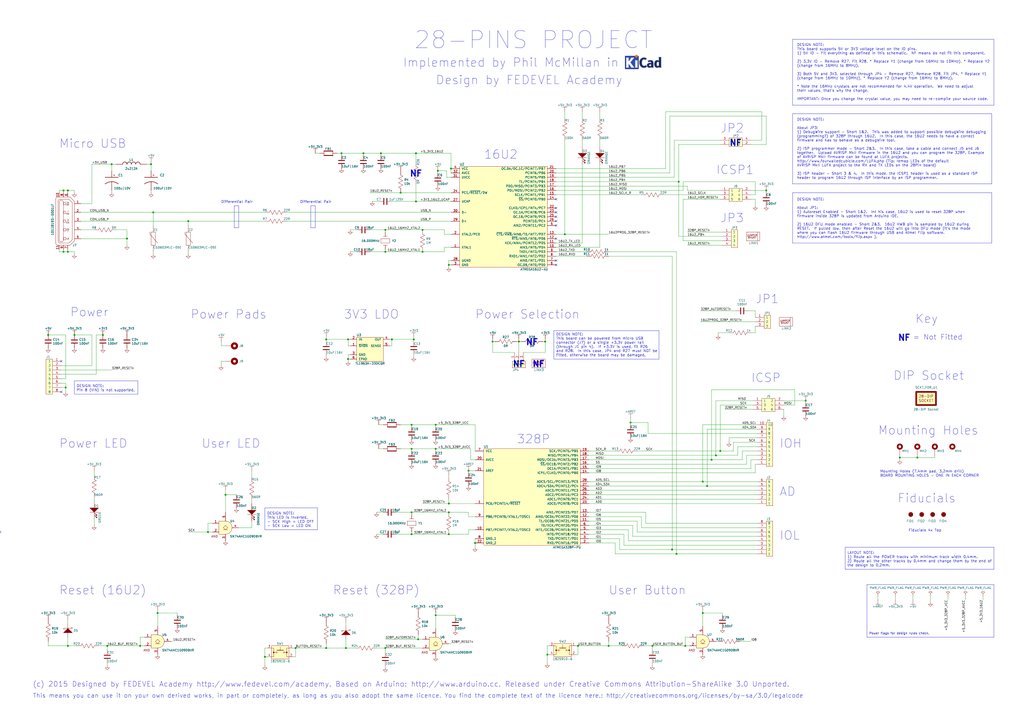
<source format=kicad_sch>
(kicad_sch (version 20230121) (generator eeschema)
  (paper "A2")
  (title_block (title "28 Pins Project (Arduino Uno)") (date "2018-09-16") (rev "V1I1") (comment 3 "Layout by Phil McMillan in KiCad v5.0") (comment 4 "Design by FEDEVEL Academy"))
  (junction (at 238.76 260.35))
  (junction (at 260.35 297.18))
  (junction (at 238.76 246.38))
  (junction (at 120.65 308.61))
  (junction (at 223.52 375.92))
  (junction (at 260.35 153.67))
  (junction (at 254 99.06))
  (junction (at 200.66 375.92))
  (junction (at 417.83 261.62))
  (junction (at 378.46 374.65))
  (junction (at 109.22 128.27))
  (junction (at 210.82 88.9))
  (junction (at 245.11 146.05))
  (junction (at 130.81 287.02))
  (junction (at 260.35 292.1))
  (junction (at 201.93 196.85))
  (junction (at 271.78 273.05))
  (junction (at 238.76 309.88))
  (junction (at 232.41 111.76))
  (junction (at 36.83 110.49))
  (junction (at 62.23 374.65))
  (junction (at 389.89 318.77))
  (junction (at 335.28 374.65))
  (junction (at 43.18 194.31))
  (junction (at 467.36 232.41))
  (junction (at 39.37 110.49))
  (junction (at 201.93 208.28))
  (junction (at 300.99 198.12))
  (junction (at 410.21 281.94))
  (junction (at 91.44 355.6))
  (junction (at 223.52 133.35))
  (junction (at 59.69 194.31))
  (junction (at 285.75 198.12))
  (junction (at 532.13 265.43))
  (junction (at 317.5 379.73))
  (junction (at 241.3 88.9))
  (junction (at 73.66 138.43))
  (junction (at 353.06 374.65))
  (junction (at 407.67 279.4))
  (junction (at 27.94 194.31))
  (junction (at 64.77 95.25))
  (junction (at 38.1 224.79))
  (junction (at 412.75 266.7))
  (junction (at 316.23 198.12))
  (junction (at 407.67 355.6))
  (junction (at 242.57 370.84))
  (junction (at 327.66 135.89))
  (junction (at 365.76 245.11))
  (junction (at 393.7 105.41))
  (junction (at 220.98 88.9))
  (junction (at 36.83 146.05))
  (junction (at 261.62 97.79))
  (junction (at 392.43 321.31))
  (junction (at 39.37 146.05))
  (junction (at 153.67 381))
  (junction (at 81.28 374.65))
  (junction (at 171.45 375.92))
  (junction (at 252.73 260.35))
  (junction (at 397.51 374.65))
  (junction (at 189.23 196.85))
  (junction (at 252.73 246.38))
  (junction (at 87.63 95.25))
  (junction (at 521.97 265.43))
  (junction (at 223.52 146.05))
  (junction (at 252.73 356.87))
  (junction (at 444.5 110.49))
  (junction (at 240.03 196.85))
  (junction (at 238.76 297.18))
  (junction (at 88.9 123.19))
  (junction (at 198.12 88.9))
  (junction (at 227.33 196.85))
  (junction (at 260.35 309.88))
  (junction (at 189.23 375.92))
  (junction (at 275.59 314.96))
  (junction (at 245.11 133.35))
  (junction (at 39.37 374.65))
  (junction (at 241.3 116.84))
  (junction (at 415.29 264.16))
  (no_connect (at 322.58 123.19))
  (no_connect (at 322.58 120.65))
  (no_connect (at 322.58 151.13))
  (no_connect (at 35.56 209.55))
  (no_connect (at 322.58 130.81))
  (no_connect (at 35.56 227.33))
  (no_connect (at 322.58 125.73))
  (no_connect (at 322.58 153.67))
  (no_connect (at 322.58 128.27))
  (no_connect (at 322.58 115.57))
  (no_connect (at 322.58 138.43))
  (no_connect (at 0 308.61))
  (wire (pts (xy 417.83 234.95) (xy 417.83 261.62)))
  (wire (pts (xy 322.58 135.89) (xy 327.66 135.89)))
  (wire (pts (xy 88.9 130.81) (xy 88.9 123.19)))
  (wire (pts (xy 35.56 214.63) (xy 64.77 214.63)))
  (wire (pts (xy 273.05 266.7) (xy 273.05 260.35)))
  (wire (pts (xy 171.45 381) (xy 171.45 375.92)))
  (wire (pts (xy 542.29 265.43) (xy 542.29 264.16)))
  (wire (pts (xy 189.23 195.58) (xy 189.23 196.85)))
  (wire (pts (xy 39.37 359.41) (xy 39.37 361.95)))
  (wire (pts (xy 238.76 261.62) (xy 238.76 260.35)))
  (polyline (pts (xy 80.01 228.6) (xy 80.01 220.98)))
  (wire (pts (xy 200.66 375.92) (xy 205.74 375.92)))
  (wire (pts (xy 182.88 88.9) (xy 185.42 88.9)))
  (wire (pts (xy 365.76 242.57) (xy 365.76 245.11)))
  (wire (pts (xy 398.78 110.49) (xy 398.78 107.95)))
  (polyline (pts (xy 502.92 369.57) (xy 502.92 339.09)))
  (wire (pts (xy 375.92 245.11) (xy 365.76 245.11)))
  (wire (pts (xy 260.35 153.67) (xy 261.62 153.67)))
  (wire (pts (xy 340.36 148.59) (xy 322.58 148.59)))
  (wire (pts (xy 410.21 248.92) (xy 410.21 281.94)))
  (wire (pts (xy 433.07 269.24) (xy 433.07 264.16)))
  (wire (pts (xy 88.9 146.05) (xy 88.9 147.32)))
  (wire (pts (xy 356.87 261.62) (xy 341.63 261.62)))
  (wire (pts (xy 275.59 273.05) (xy 271.78 273.05)))
  (wire (pts (xy 130.81 209.55) (xy 128.27 209.55)))
  (wire (pts (xy 46.99 128.27) (xy 109.22 128.27)))
  (polyline (pts (xy 321.31 191.77) (xy 382.27 191.77)))
  (wire (pts (xy 275.59 312.42) (xy 275.59 314.96)))
  (wire (pts (xy 436.88 237.49) (xy 420.37 237.49)))
  (wire (pts (xy 361.95 309.88) (xy 361.95 316.23)))
  (wire (pts (xy 170.18 381) (xy 171.45 381)))
  (wire (pts (xy 264.16 356.87) (xy 252.73 356.87)))
  (wire (pts (xy 298.45 204.47) (xy 285.75 204.47)))
  (wire (pts (xy 427.99 259.08) (xy 439.42 259.08)))
  (wire (pts (xy 407.67 354.33) (xy 407.67 355.6)))
  (wire (pts (xy 53.34 95.25) (xy 64.77 95.25)))
  (wire (pts (xy 207.01 133.35) (xy 203.2 133.35)))
  (wire (pts (xy 43.18 110.49) (xy 43.18 111.76)))
  (wire (pts (xy 55.88 194.31) (xy 59.69 194.31)))
  (wire (pts (xy 521.97 265.43) (xy 521.97 266.7)))
  (wire (pts (xy 341.63 299.72) (xy 372.11 299.72)))
  (wire (pts (xy 438.15 186.69) (xy 406.4 186.69)))
  (wire (pts (xy 461.01 226.06) (xy 412.75 226.06)))
  (wire (pts (xy 438.15 113.03) (xy 438.15 105.41)))
  (wire (pts (xy 435.61 81.28) (xy 441.96 81.28)))
  (wire (pts (xy 130.81 287.02) (xy 130.81 297.18)))
  (wire (pts (xy 335.28 379.73) (xy 335.28 374.65)))
  (wire (pts (xy 532.13 265.43) (xy 542.29 265.43)))
  (wire (pts (xy 367.03 311.15) (xy 439.42 311.15)))
  (wire (pts (xy 430.53 266.7) (xy 412.75 266.7)))
  (wire (pts (xy 378.46 374.65) (xy 378.46 377.19)))
  (polyline (pts (xy 459.74 22.86) (xy 576.58 22.86)))
  (wire (pts (xy 439.42 308.61) (xy 369.57 308.61)))
  (wire (pts (xy 407.67 279.4) (xy 341.63 279.4)))
  (wire (pts (xy 54.61 273.05) (xy 54.61 275.59)))
  (polyline (pts (xy 502.92 339.09) (xy 576.58 339.09)))
  (wire (pts (xy 252.73 246.38) (xy 275.59 246.38)))
  (wire (pts (xy 198.12 90.17) (xy 198.12 88.9)))
  (wire (pts (xy 62.23 384.81) (xy 62.23 386.08)))
  (wire (pts (xy 393.7 137.16) (xy 393.7 105.41)))
  (wire (pts (xy 232.41 246.38) (xy 238.76 246.38)))
  (wire (pts (xy 73.66 133.35) (xy 73.66 138.43)))
  (wire (pts (xy 439.42 261.62) (xy 430.53 261.62)))
  (polyline (pts (xy 490.22 330.2) (xy 490.22 317.5)))
  (wire (pts (xy 62.23 374.65) (xy 81.28 374.65)))
  (wire (pts (xy 252.73 260.35) (xy 252.73 261.62)))
  (wire (pts (xy 220.98 90.17) (xy 220.98 88.9)))
  (wire (pts (xy 314.96 198.12) (xy 316.23 198.12)))
  (wire (pts (xy 222.25 309.88) (xy 218.44 309.88)))
  (wire (pts (xy 367.03 304.8) (xy 367.03 311.15)))
  (wire (pts (xy 35.56 224.79) (xy 38.1 224.79)))
  (wire (pts (xy 227.33 200.66) (xy 227.33 196.85)))
  (wire (pts (xy 87.63 110.49) (xy 87.63 111.76)))
  (wire (pts (xy 34.29 111.76) (xy 34.29 110.49)))
  (wire (pts (xy 378.46 384.81) (xy 378.46 386.08)))
  (wire (pts (xy 91.44 355.6) (xy 91.44 363.22)))
  (wire (pts (xy 412.75 266.7) (xy 341.63 266.7)))
  (wire (pts (xy 219.71 116.84) (xy 215.9 116.84)))
  (polyline (pts (xy 321.31 208.28) (xy 321.31 191.77)))
  (wire (pts (xy 81.28 374.65) (xy 83.82 374.65)))
  (wire (pts (xy 88.9 123.19) (xy 153.67 123.19)))
  (wire (pts (xy 35.56 219.71) (xy 38.1 219.71)))
  (wire (pts (xy 261.62 151.13) (xy 260.35 151.13)))
  (wire (pts (xy 245.11 370.84) (xy 242.57 370.84)))
  (wire (pts (xy 128.27 209.55) (xy 128.27 212.09)))
  (wire (pts (xy 435.61 113.03) (xy 438.15 113.03)))
  (wire (pts (xy 435.61 110.49) (xy 444.5 110.49)))
  (wire (pts (xy 200.66 370.84) (xy 200.66 375.92)))
  (wire (pts (xy 430.53 261.62) (xy 430.53 266.7)))
  (wire (pts (xy 570.23 345.44) (xy 570.23 347.98)))
  (wire (pts (xy 171.45 375.92) (xy 189.23 375.92)))
  (wire (pts (xy 257.81 133.35) (xy 245.11 133.35)))
  (wire (pts (xy 375.92 251.46) (xy 375.92 245.11)))
  (wire (pts (xy 461.01 234.95) (xy 461.01 226.06)))
  (wire (pts (xy 327.66 81.28) (xy 327.66 135.89)))
  (wire (pts (xy 219.71 246.38) (xy 222.25 246.38)))
  (wire (pts (xy 260.35 151.13) (xy 260.35 153.67)))
  (wire (pts (xy 261.62 100.33) (xy 261.62 97.79)))
  (wire (pts (xy 378.46 374.65) (xy 397.51 374.65)))
  (wire (pts (xy 400.05 369.57) (xy 397.51 369.57)))
  (wire (pts (xy 201.93 208.28) (xy 201.93 209.55)))
  (wire (pts (xy 392.43 321.31) (xy 392.43 146.05)))
  (wire (pts (xy 425.45 261.62) (xy 417.83 261.62)))
  (wire (pts (xy 154.94 381) (xy 153.67 381)))
  (wire (pts (xy 374.65 303.53) (xy 374.65 297.18)))
  (wire (pts (xy 422.91 193.04) (xy 416.56 193.04)))
  (wire (pts (xy 57.15 374.65) (xy 62.23 374.65)))
  (polyline (pts (xy 43.18 228.6) (xy 80.01 228.6)))
  (polyline (pts (xy 43.18 220.98) (xy 43.18 228.6)))
  (wire (pts (xy 398.78 110.49) (xy 417.83 110.49)))
  (wire (pts (xy 171.45 375.92) (xy 170.18 375.92)))
  (polyline (pts (xy 576.58 339.09) (xy 576.58 369.57)))
  (wire (pts (xy 240.03 195.58) (xy 240.03 196.85)))
  (wire (pts (xy 201.93 196.85) (xy 189.23 196.85)))
  (wire (pts (xy 454.66 232.41) (xy 467.36 232.41)))
  (wire (pts (xy 335.28 374.65) (xy 353.06 374.65)))
  (wire (pts (xy 238.76 309.88) (xy 238.76 308.61)))
  (wire (pts (xy 36.83 111.76) (xy 36.83 110.49)))
  (wire (pts (xy 166.37 123.19) (xy 261.62 123.19)))
  (wire (pts (xy 36.83 146.05) (xy 39.37 146.05)))
  (wire (pts (xy 227.33 196.85) (xy 226.06 196.85)))
  (wire (pts (xy 285.75 198.12) (xy 285.75 196.85)))
  (wire (pts (xy 210.82 88.9) (xy 220.98 88.9)))
  (wire (pts (xy 439.42 248.92) (xy 410.21 248.92)))
  (wire (pts (xy 439.42 256.54) (xy 425.45 256.54)))
  (wire (pts (xy 271.78 307.34) (xy 271.78 309.88)))
  (wire (pts (xy 260.35 289.56) (xy 260.35 292.1)))
  (wire (pts (xy 439.42 318.77) (xy 389.89 318.77)))
  (wire (pts (xy 275.59 314.96) (xy 275.59 317.5)))
  (wire (pts (xy 229.87 309.88) (xy 238.76 309.88)))
  (wire (pts (xy 260.35 276.86) (xy 260.35 275.59)))
  (wire (pts (xy 39.37 369.57) (xy 39.37 374.65)))
  (wire (pts (xy 123.19 303.53) (xy 120.65 303.53)))
  (wire (pts (xy 232.41 260.35) (xy 238.76 260.35)))
  (wire (pts (xy 396.24 105.41) (xy 396.24 110.49)))
  (wire (pts (xy 438.15 180.34) (xy 438.15 184.15)))
  (wire (pts (xy 435.61 83.82) (xy 444.5 83.82)))
  (wire (pts (xy 353.06 374.65) (xy 360.68 374.65)))
  (wire (pts (xy 444.5 110.49) (xy 444.5 111.76)))
  (wire (pts (xy 419.1 139.7) (xy 396.24 139.7)))
  (wire (pts (xy 369.57 302.26) (xy 341.63 302.26)))
  (wire (pts (xy 359.41 312.42) (xy 341.63 312.42)))
  (wire (pts (xy 438.15 269.24) (xy 439.42 269.24)))
  (wire (pts (xy 318.77 379.73) (xy 317.5 379.73)))
  (wire (pts (xy 259.08 102.87) (xy 259.08 99.06)))
  (polyline (pts (xy 180.34 132.08) (xy 180.34 119.38)))
  (polyline (pts (xy 153.67 294.64) (xy 184.15 294.64)))
  (wire (pts (xy 39.37 144.78) (xy 39.37 146.05)))
  (wire (pts (xy 425.45 256.54) (xy 425.45 261.62)))
  (wire (pts (xy 130.81 284.48) (xy 130.81 287.02)))
  (wire (pts (xy 341.63 289.56) (xy 439.42 289.56)))
  (wire (pts (xy 260.35 292.1) (xy 245.11 292.1)))
  (wire (pts (xy 285.75 204.47) (xy 285.75 198.12)))
  (wire (pts (xy 356.87 314.96) (xy 356.87 321.31)))
  (wire (pts (xy 439.42 279.4) (xy 407.67 279.4)))
  (wire (pts (xy 200.66 360.68) (xy 200.66 363.22)))
  (wire (pts (xy 337.82 81.28) (xy 337.82 85.09)))
  (wire (pts (xy 410.21 281.94) (xy 439.42 281.94)))
  (wire (pts (xy 201.93 200.66) (xy 201.93 196.85)))
  (wire (pts (xy 264.16 358.14) (xy 264.16 356.87)))
  (wire (pts (xy 509.27 345.44) (xy 509.27 347.98)))
  (wire (pts (xy 34.29 144.78) (xy 34.29 146.05)))
  (wire (pts (xy 146.05 273.05) (xy 146.05 276.86)))
  (wire (pts (xy 109.22 146.05) (xy 109.22 147.32)))
  (wire (pts (xy 128.27 200.66) (xy 128.27 198.12)))
  (wire (pts (xy 454.66 234.95) (xy 461.01 234.95)))
  (wire (pts (xy 353.06 372.11) (xy 353.06 374.65)))
  (wire (pts (xy 64.77 99.06) (xy 64.77 95.25)))
  (wire (pts (xy 549.91 345.44) (xy 549.91 347.98)))
  (wire (pts (xy 341.63 281.94) (xy 410.21 281.94)))
  (wire (pts (xy 275.59 292.1) (xy 260.35 292.1)))
  (wire (pts (xy 275.59 307.34) (xy 271.78 307.34)))
  (polyline (pts (xy 575.31 111.76) (xy 575.31 140.97)))
  (wire (pts (xy 316.23 204.47) (xy 316.23 198.12)))
  (wire (pts (xy 444.5 83.82) (xy 444.5 67.31)))
  (wire (pts (xy 341.63 287.02) (xy 439.42 287.02)))
  (wire (pts (xy 439.42 254) (xy 422.91 254)))
  (wire (pts (xy 426.72 180.34) (xy 406.4 180.34)))
  (wire (pts (xy 299.72 198.12) (xy 300.99 198.12)))
  (wire (pts (xy 242.57 368.3) (xy 242.57 370.84)))
  (wire (pts (xy 337.82 140.97) (xy 337.82 95.25)))
  (wire (pts (xy 436.88 234.95) (xy 417.83 234.95)))
  (wire (pts (xy 241.3 93.98) (xy 241.3 88.9)))
  (wire (pts (xy 218.44 375.92) (xy 223.52 375.92)))
  (wire (pts (xy 203.2 200.66) (xy 201.93 200.66)))
  (wire (pts (xy 223.52 375.92) (xy 245.11 375.92)))
  (wire (pts (xy 261.62 143.51) (xy 257.81 143.51)))
  (polyline (pts (xy 382.27 208.28) (xy 321.31 208.28)))
  (wire (pts (xy 241.3 106.68) (xy 241.3 116.84)))
  (wire (pts (xy 203.2 205.74) (xy 201.93 205.74)))
  (polyline (pts (xy 576.58 60.96) (xy 459.74 60.96)))
  (polyline (pts (xy 184.15 294.64) (xy 184.15 307.34)))
  (wire (pts (xy 438.15 193.04) (xy 438.15 189.23)))
  (wire (pts (xy 223.52 375.92) (xy 223.52 378.46)))
  (wire (pts (xy 38.1 194.31) (xy 27.94 194.31)))
  (wire (pts (xy 364.49 313.69) (xy 364.49 307.34)))
  (wire (pts (xy 34.29 146.05) (xy 36.83 146.05)))
  (wire (pts (xy 38.1 194.31) (xy 38.1 219.71)))
  (wire (pts (xy 222.25 297.18) (xy 218.44 297.18)))
  (wire (pts (xy 529.59 345.44) (xy 529.59 347.98)))
  (polyline (pts (xy 382.27 191.77) (xy 382.27 208.28)))
  (wire (pts (xy 388.62 67.31) (xy 388.62 100.33)))
  (polyline (pts (xy 182.88 119.38) (xy 182.88 132.08)))
  (wire (pts (xy 415.29 232.41) (xy 415.29 264.16)))
  (wire (pts (xy 227.33 116.84) (xy 241.3 116.84)))
  (wire (pts (xy 46.99 138.43) (xy 73.66 138.43)))
  (wire (pts (xy 241.3 88.9) (xy 261.62 88.9)))
  (wire (pts (xy 195.58 88.9) (xy 198.12 88.9)))
  (polyline (pts (xy 135.89 119.38) (xy 138.43 119.38)))
  (wire (pts (xy 271.78 299.72) (xy 271.78 297.18)))
  (wire (pts (xy 67.31 133.35) (xy 73.66 133.35)))
  (wire (pts (xy 439.42 303.53) (xy 374.65 303.53)))
  (wire (pts (xy 539.75 345.44) (xy 539.75 349.25)))
  (wire (pts (xy 252.73 355.6) (xy 252.73 356.87)))
  (wire (pts (xy 201.93 208.28) (xy 203.2 208.28)))
  (wire (pts (xy 435.61 115.57) (xy 438.15 115.57)))
  (wire (pts (xy 223.52 146.05) (xy 223.52 144.78)))
  (wire (pts (xy 303.53 204.47) (xy 316.23 204.47)))
  (wire (pts (xy 392.43 321.31) (xy 439.42 321.31)))
  (wire (pts (xy 386.08 64.77) (xy 386.08 97.79)))
  (polyline (pts (xy 459.74 140.97) (xy 459.74 111.76)))
  (wire (pts (xy 55.88 217.17) (xy 55.88 194.31)))
  (wire (pts (xy 392.43 146.05) (xy 353.06 146.05)))
  (wire (pts (xy 407.67 355.6) (xy 407.67 363.22)))
  (wire (pts (xy 397.51 374.65) (xy 400.05 374.65)))
  (wire (pts (xy 521.97 264.16) (xy 521.97 265.43)))
  (wire (pts (xy 102.87 356.87) (xy 102.87 355.6)))
  (wire (pts (xy 322.58 140.97) (xy 337.82 140.97)))
  (wire (pts (xy 341.63 314.96) (xy 356.87 314.96)))
  (polyline (pts (xy 459.74 66.04) (xy 575.31 66.04)))
  (wire (pts (xy 146.05 306.07) (xy 146.05 302.26)))
  (wire (pts (xy 35.56 217.17) (xy 55.88 217.17)))
  (wire (pts (xy 372.11 299.72) (xy 372.11 306.07)))
  (polyline (pts (xy 576.58 369.57) (xy 502.92 369.57)))
  (wire (pts (xy 317.5 379.73) (xy 317.5 384.81)))
  (wire (pts (xy 384.81 113.03) (xy 417.83 113.03)))
  (wire (pts (xy 245.11 146.05) (xy 223.52 146.05)))
  (polyline (pts (xy 575.31 66.04) (xy 575.31 106.68)))
  (wire (pts (xy 223.52 386.08) (xy 223.52 387.35)))
  (wire (pts (xy 427.99 264.16) (xy 427.99 259.08)))
  (wire (pts (xy 373.38 374.65) (xy 378.46 374.65)))
  (wire (pts (xy 240.03 205.74) (xy 240.03 207.01)))
  (wire (pts (xy 120.65 308.61) (xy 109.22 308.61)))
  (wire (pts (xy 439.42 313.69) (xy 364.49 313.69)))
  (polyline (pts (xy 576.58 317.5) (xy 576.58 330.2)))
  (wire (pts (xy 232.41 111.76) (xy 214.63 111.76)))
  (wire (pts (xy 259.08 99.06) (xy 254 99.06)))
  (wire (pts (xy 347.98 143.51) (xy 347.98 95.25)))
  (wire (pts (xy 189.23 205.74) (xy 189.23 207.01)))
  (wire (pts (xy 391.16 81.28) (xy 391.16 102.87)))
  (wire (pts (xy 347.98 64.77) (xy 347.98 68.58)))
  (wire (pts (xy 53.34 118.11) (xy 53.34 95.25)))
  (wire (pts (xy 361.95 316.23) (xy 439.42 316.23)))
  (wire (pts (xy 240.03 196.85) (xy 240.03 198.12)))
  (wire (pts (xy 407.67 246.38) (xy 407.67 279.4)))
  (wire (pts (xy 229.87 297.18) (xy 238.76 297.18)))
  (wire (pts (xy 35.56 222.25) (xy 38.1 222.25)))
  (wire (pts (xy 109.22 128.27) (xy 109.22 130.81)))
  (wire (pts (xy 35.56 212.09) (xy 53.34 212.09)))
  (wire (pts (xy 415.29 372.11) (xy 416.56 372.11)))
  (wire (pts (xy 444.5 67.31) (xy 388.62 67.31)))
  (wire (pts (xy 433.07 264.16) (xy 439.42 264.16)))
  (wire (pts (xy 341.63 269.24) (xy 433.07 269.24)))
  (wire (pts (xy 36.83 144.78) (xy 36.83 146.05)))
  (wire (pts (xy 226.06 200.66) (xy 227.33 200.66)))
  (wire (pts (xy 257.81 135.89) (xy 257.81 133.35)))
  (wire (pts (xy 393.7 105.41) (xy 322.58 105.41)))
  (wire (pts (xy 87.63 99.06) (xy 87.63 95.25)))
  (wire (pts (xy 261.62 135.89) (xy 257.81 135.89)))
  (wire (pts (xy 62.23 374.65) (xy 62.23 377.19)))
  (wire (pts (xy 46.99 133.35) (xy 54.61 133.35)))
  (wire (pts (xy 238.76 260.35) (xy 252.73 260.35)))
  (wire (pts (xy 439.42 251.46) (xy 375.92 251.46)))
  (polyline (pts (xy 576.58 22.86) (xy 576.58 60.96)))
  (wire (pts (xy 438.15 115.57) (xy 438.15 119.38)))
  (wire (pts (xy 34.29 110.49) (xy 36.83 110.49)))
  (polyline (pts (xy 490.22 317.5) (xy 576.58 317.5)))
  (polyline (pts (xy 459.74 111.76) (xy 575.31 111.76)))
  (wire (pts (xy 317.5 374.65) (xy 317.5 379.73)))
  (wire (pts (xy 300.99 198.12) (xy 300.99 196.85)))
  (wire (pts (xy 519.43 345.44) (xy 519.43 347.98)))
  (wire (pts (xy 39.37 374.65) (xy 44.45 374.65)))
  (wire (pts (xy 356.87 321.31) (xy 392.43 321.31)))
  (wire (pts (xy 439.42 266.7) (xy 435.61 266.7)))
  (wire (pts (xy 138.43 306.07) (xy 146.05 306.07)))
  (wire (pts (xy 417.83 81.28) (xy 391.16 81.28)))
  (wire (pts (xy 416.56 193.04) (xy 416.56 194.31)))
  (polyline (pts (xy 576.58 330.2) (xy 490.22 330.2)))
  (wire (pts (xy 27.94 374.65) (xy 39.37 374.65)))
  (wire (pts (xy 438.15 105.41) (xy 396.24 105.41)))
  (polyline (pts (xy 153.67 307.34) (xy 153.67 294.64)))
  (wire (pts (xy 341.63 292.1) (xy 439.42 292.1)))
  (polyline (pts (xy 138.43 132.08) (xy 135.89 132.08)))
  (wire (pts (xy 214.63 133.35) (xy 223.52 133.35)))
  (wire (pts (xy 87.63 95.25) (xy 87.63 93.98)))
  (wire (pts (xy 120.65 303.53) (xy 120.65 308.61)))
  (polyline (pts (xy 459.74 60.96) (xy 459.74 22.86)))
  (wire (pts (xy 389.89 318.77) (xy 389.89 148.59)))
  (wire (pts (xy 365.76 246.38) (xy 365.76 245.11)))
  (wire (pts (xy 260.35 309.88) (xy 271.78 309.88)))
  (wire (pts (xy 341.63 304.8) (xy 367.03 304.8)))
  (wire (pts (xy 260.35 373.38) (xy 261.62 373.38)))
  (wire (pts (xy 454.66 237.49) (xy 454.66 241.3)))
  (wire (pts (xy 300.99 198.12) (xy 302.26 198.12)))
  (wire (pts (xy 438.15 193.04) (xy 435.61 193.04)))
  (wire (pts (xy 435.61 266.7) (xy 435.61 271.78)))
  (wire (pts (xy 166.37 128.27) (xy 261.62 128.27)))
  (wire (pts (xy 261.62 111.76) (xy 232.41 111.76)))
  (wire (pts (xy 241.3 116.84) (xy 261.62 116.84)))
  (wire (pts (xy 64.77 95.25) (xy 67.31 95.25)))
  (wire (pts (xy 341.63 264.16) (xy 415.29 264.16)))
  (wire (pts (xy 252.73 260.35) (xy 273.05 260.35)))
  (wire (pts (xy 521.97 265.43) (xy 532.13 265.43)))
  (wire (pts (xy 81.28 369.57) (xy 81.28 374.65)))
  (wire (pts (xy 88.9 123.19) (xy 46.99 123.19)))
  (wire (pts (xy 130.81 200.66) (xy 128.27 200.66)))
  (wire (pts (xy 335.28 374.65) (xy 334.01 374.65)))
  (wire (pts (xy 53.34 194.31) (xy 43.18 194.31)))
  (wire (pts (xy 73.66 138.43) (xy 73.66 142.24)))
  (wire (pts (xy 27.94 372.11) (xy 27.94 374.65)))
  (wire (pts (xy 438.15 274.32) (xy 438.15 269.24)))
  (wire (pts (xy 257.81 146.05) (xy 245.11 146.05)))
  (wire (pts (xy 137.16 287.02) (xy 130.81 287.02)))
  (wire (pts (xy 393.7 83.82) (xy 417.83 83.82)))
  (wire (pts (xy 396.24 115.57) (xy 417.83 115.57)))
  (wire (pts (xy 238.76 247.65) (xy 238.76 246.38)))
  (wire (pts (xy 154.94 375.92) (xy 153.67 375.92)))
  (wire (pts (xy 287.02 198.12) (xy 285.75 198.12)))
  (wire (pts (xy 238.76 246.38) (xy 252.73 246.38)))
  (wire (pts (xy 54.61 288.29) (xy 54.61 290.83)))
  (wire (pts (xy 435.61 271.78) (xy 341.63 271.78)))
  (wire (pts (xy 189.23 373.38) (xy 189.23 375.92)))
  (wire (pts (xy 91.44 354.33) (xy 91.44 355.6)))
  (wire (pts (xy 419.1 355.6) (xy 407.67 355.6)))
  (wire (pts (xy 87.63 95.25) (xy 85.09 95.25)))
  (polyline (pts (xy 138.43 119.38) (xy 138.43 132.08)))
  (wire (pts (xy 389.89 148.59) (xy 353.06 148.59)))
  (wire (pts (xy 99.06 372.11) (xy 100.33 372.11)))
  (wire (pts (xy 123.19 308.61) (xy 120.65 308.61)))
  (wire (pts (xy 83.82 369.57) (xy 81.28 369.57)))
  (wire (pts (xy 46.99 118.11) (xy 53.34 118.11)))
  (wire (pts (xy 260.35 309.88) (xy 238.76 309.88)))
  (wire (pts (xy 467.36 232.41) (xy 467.36 233.68)))
  (wire (pts (xy 153.67 375.92) (xy 153.67 381)))
  (wire (pts (xy 341.63 284.48) (xy 439.42 284.48)))
  (wire (pts (xy 364.49 307.34) (xy 341.63 307.34)))
  (wire (pts (xy 153.67 381) (xy 153.67 386.08)))
  (wire (pts (xy 207.01 146.05) (xy 203.2 146.05)))
  (wire (pts (xy 341.63 309.88) (xy 361.95 309.88)))
  (wire (pts (xy 189.23 375.92) (xy 200.66 375.92)))
  (wire (pts (xy 316.23 198.12) (xy 316.23 196.85)))
  (wire (pts (xy 252.73 246.38) (xy 252.73 247.65)))
  (wire (pts (xy 359.41 318.77) (xy 359.41 312.42)))
  (wire (pts (xy 337.82 64.77) (xy 337.82 68.58)))
  (wire (pts (xy 396.24 139.7) (xy 396.24 115.57)))
  (wire (pts (xy 242.57 370.84) (xy 223.52 370.84)))
  (wire (pts (xy 201.93 205.74) (xy 201.93 208.28)))
  (wire (pts (xy 254 100.33) (xy 254 99.06)))
  (wire (pts (xy 102.87 355.6) (xy 91.44 355.6)))
  (wire (pts (xy 327.66 135.89) (xy 353.06 135.89)))
  (wire (pts (xy 146.05 292.1) (xy 146.05 289.56)))
  (wire (pts (xy 260.35 153.67) (xy 260.35 154.94)))
  (wire (pts (xy 422.91 254) (xy 422.91 256.54)))
  (wire (pts (xy 429.26 372.11) (xy 435.61 372.11)))
  (wire (pts (xy 109.22 128.27) (xy 153.67 128.27)))
  (wire (pts (xy 261.62 102.87) (xy 259.08 102.87)))
  (wire (pts (xy 38.1 222.25) (xy 38.1 224.79)))
  (wire (pts (xy 396.24 110.49) (xy 322.58 110.49)))
  (wire (pts (xy 441.96 81.28) (xy 441.96 64.77)))
  (wire (pts (xy 43.18 146.05) (xy 43.18 147.32)))
  (wire (pts (xy 560.07 345.44) (xy 560.07 347.98)))
  (wire (pts (xy 53.34 212.09) (xy 53.34 194.31)))
  (wire (pts (xy 372.11 113.03) (xy 322.58 113.03)))
  (polyline (pts (xy 184.15 307.34) (xy 153.67 307.34)))
  (wire (pts (xy 36.83 110.49) (xy 39.37 110.49)))
  (wire (pts (xy 245.11 133.35) (xy 223.52 133.35)))
  (wire (pts (xy 322.58 143.51) (xy 347.98 143.51)))
  (wire (pts (xy 419.1 137.16) (xy 393.7 137.16)))
  (wire (pts (xy 39.37 111.76) (xy 39.37 110.49)))
  (wire (pts (xy 417.83 261.62) (xy 369.57 261.62)))
  (wire (pts (xy 275.59 261.62) (xy 275.59 246.38)))
  (wire (pts (xy 54.61 300.99) (xy 54.61 304.8)))
  (polyline (pts (xy 459.74 106.68) (xy 459.74 66.04)))
  (wire (pts (xy 38.1 224.79) (xy 38.1 227.33)))
  (polyline (pts (xy 180.34 119.38) (xy 182.88 119.38)))
  (wire (pts (xy 252.73 356.87) (xy 252.73 364.49)))
  (wire (pts (xy 220.98 88.9) (xy 241.3 88.9)))
  (wire (pts (xy 257.81 143.51) (xy 257.81 146.05)))
  (wire (pts (xy 201.93 196.85) (xy 203.2 196.85)))
  (wire (pts (xy 219.71 260.35) (xy 222.25 260.35)))
  (polyline (pts (xy 182.88 132.08) (xy 180.34 132.08)))
  (wire (pts (xy 64.77 110.49) (xy 64.77 111.76)))
  (wire (pts (xy 393.7 105.41) (xy 393.7 83.82)))
  (wire (pts (xy 532.13 264.16) (xy 532.13 265.43)))
  (wire (pts (xy 372.11 306.07) (xy 439.42 306.07)))
  (wire (pts (xy 275.59 299.72) (xy 271.78 299.72)))
  (wire (pts (xy 398.78 107.95) (xy 322.58 107.95)))
  (wire (pts (xy 39.37 146.05) (xy 43.18 146.05)))
  (wire (pts (xy 412.75 226.06) (xy 412.75 266.7)))
  (wire (pts (xy 327.66 68.58) (xy 327.66 64.77)))
  (polyline (pts (xy 575.31 140.97) (xy 459.74 140.97)))
  (wire (pts (xy 434.34 180.34) (xy 438.15 180.34)))
  (wire (pts (xy 369.57 302.26) (xy 369.57 308.61)))
  (wire (pts (xy 415.29 264.16) (xy 427.99 264.16)))
  (wire (pts (xy 210.82 90.17) (xy 210.82 88.9)))
  (wire (pts (xy 39.37 110.49) (xy 43.18 110.49)))
  (wire (pts (xy 227.33 196.85) (xy 240.03 196.85)))
  (wire (pts (xy 439.42 246.38) (xy 407.67 246.38)))
  (polyline (pts (xy 80.01 220.98) (xy 43.18 220.98)))
  (wire (pts (xy 275.59 266.7) (xy 273.05 266.7)))
  (wire (pts (xy 388.62 100.33) (xy 322.58 100.33)))
  (wire (pts (xy 260.35 297.18) (xy 271.78 297.18)))
  (wire (pts (xy 441.96 64.77) (xy 386.08 64.77)))
  (wire (pts (xy 318.77 374.65) (xy 317.5 374.65)))
  (polyline (pts (xy 575.31 106.68) (xy 459.74 106.68)))
  (wire (pts (xy 419.1 134.62) (xy 398.78 134.62)))
  (wire (pts (xy 271.78 273.05) (xy 271.78 274.32)))
  (wire (pts (xy 391.16 102.87) (xy 322.58 102.87)))
  (wire (pts (xy 397.51 369.57) (xy 397.51 374.65)))
  (wire (pts (xy 389.89 318.77) (xy 359.41 318.77)))
  (wire (pts (xy 419.1 356.87) (xy 419.1 355.6)))
  (wire (pts (xy 347.98 81.28) (xy 347.98 85.09)))
  (wire (pts (xy 340.36 146.05) (xy 322.58 146.05)))
  (wire (pts (xy 214.63 146.05) (xy 223.52 146.05)))
  (wire (pts (xy 341.63 274.32) (xy 438.15 274.32)))
  (wire (pts (xy 334.01 379.73) (xy 335.28 379.73)))
  (polyline (pts (xy 135.89 132.08) (xy 135.89 119.38)))
  (wire (pts (xy 374.65 297.18) (xy 341.63 297.18)))
  (wire (pts (xy 261.62 97.79) (xy 261.62 88.9)))
  (wire (pts (xy 436.88 232.41) (xy 415.29 232.41)))
  (wire (pts (xy 238.76 297.18) (xy 238.76 298.45)))
  (wire (pts (xy 189.23 196.85) (xy 189.23 198.12)))
  (wire (pts (xy 322.58 97.79) (xy 386.08 97.79)))
  (wire (pts (xy 198.12 88.9) (xy 210.82 88.9)))
  (wire (pts (xy 419.1 142.24) (xy 398.78 142.24)))
  (wire (pts (xy 223.52 133.35) (xy 223.52 134.62)))
  (wire (pts (xy 300.99 204.47) (xy 300.99 198.12)))
  (wire (pts (xy 260.35 297.18) (xy 238.76 297.18)))
  (image (at 373.38 36.195))
  (text "Reset (328P)" (at 193.04 345.44 0) (effects (font (size 5.0038 5.0038)) (justify left bottom)))
  (text "This means you can use it on your own derived works, in part or completely, as long as you also adopt the same licence. You find the complete text of the licence here.: http://creativecommons.org/licenses/by-sa/3.0/legalcode" (at 19.05 405.13 0) (effects (font (size 2.4892 2.4892)) (justify left bottom)))
  (text "Power Pads" (at 110.49 185.42 0) (effects (font (size 5.0038 5.0038)) (justify left bottom)))
  (text "NF" (at 304.8 200.66 0) (effects (font (size 3.5052 3.5052) (thickness 0.701) bold) (justify left bottom)))
  (text "Fiducials" (at 520.7 292.1 0) (effects (font (size 5.0038 5.0038)) (justify left bottom)))
  (text "Key" (at 530.86 187.96 0) (effects (font (size 5.0038 5.0038)) (justify left bottom)))
  (text "Power Selection" (at 275.59 185.42 0) (effects (font (size 5.0038 5.0038)) (justify left bottom)))
  (text "16U2" (at 280.67 92.71 0) (effects (font (size 5.0038 5.0038)) (justify left bottom)))
  (text "(c) 2015 Designed by FEDEVEL Academy http://www.fedevel.com/academy. Based on Arduino: http://www.arduino.cc. Released under Creative Commons Attribution-ShareAlike 3.0 Unported." (at 19.05 398.78 0) (effects (font (size 2.9972 2.9972)) (justify left bottom)))
  (text "28-PINS PROJECT" (at 240.03 29.21 0) (effects (font (size 10.0076 10.0076)) (justify left bottom)))
  (text "NF" (at 237.49 102.87 0) (effects (font (size 3.5052 3.5052) (thickness 0.701) bold) (justify left bottom)))
  (text "IOH" (at 452.12 260.35 0) (effects (font (size 5.0038 5.0038)) (justify left bottom)))
  (text "Implemented by Phil McMillan in" (at 233.68 39.37 0) (effects (font (size 5.0038 5.0038)) (justify left bottom)))
  (text "User Button" (at 353.06 345.44 0) (effects (font (size 5.0038 5.0038)) (justify left bottom)))
  (text "DESIGN NOTE:\nThis board supports 5V or 3V3 voltage level on the IO pins.\n1) 5V IO - Fit everything as defined in this schematic.  NF means do not fit this component.\n\n2) 3.3V IO - Remove R27, Fit R28, * Replace Y1 (change from 16MHz to 10MHz), * Replace Y2\n(change from 16MHz to 8MHz).\n\n3) Both 5V and 3V3, selected through JP4 - Remove R27, Remove R28, Fit JP4, * Replace Y1\n(change from 16MHz to 10MHz), * Replace Y2 (change from 16MHz to 8MHz).\n\n* Note the 16MHz crystals are not recommended for 4.4V operation.  We need to adjust\ntheir values, that’s why the change.\n\nIMPORTANT: Once you change the crystal value, you may need to re-compile your source code." (at 462.28 58.42 0) (effects (font (size 1.4986 1.4986)) (justify left bottom)))
  (text "Mounting Holes" (at 509.27 252.73 0) (effects (font (size 5.0038 5.0038)) (justify left bottom)))
  (text "NF" (at 422.91 85.09 0) (effects (font (size 3.5052 3.5052) (thickness 0.701) bold) (justify left bottom)))
  (text "Power LED" (at 34.29 260.35 0) (effects (font (size 5.0038 5.0038)) (justify left bottom)))
  (text "ICSP" (at 435.61 222.25 0) (effects (font (size 5.0038 5.0038)) (justify left bottom)))
  (text "Reset (16U2)" (at 34.29 345.44 0) (effects (font (size 5.0038 5.0038)) (justify left bottom)))
  (text "DESIGN NOTE:\nThis LED is inverted.\n- SCK High = LED OFF\n- SCK Low = LED ON" (at 154.94 306.07 0) (effects (font (size 1.4986 1.4986)) (justify left bottom)))
  (text "Differential Pair" (at 128.27 118.11 0) (effects (font (size 1.4986 1.4986)) (justify left bottom)))
  (text "IOL" (at 452.12 313.69 0) (effects (font (size 5.0038 5.0038)) (justify left bottom)))
  (text "Design by FEDEVEL Academy" (at 252.73 49.53 0) (effects (font (size 5.0038 5.0038)) (justify left bottom)))
  (text "AD" (at 452.12 288.29 0) (effects (font (size 5.0038 5.0038)) (justify left bottom)))
  (text "ICSP1" (at 415.29 101.6 0) (effects (font (size 5.0038 5.0038)) (justify left bottom)))
  (text "NF" (at 308.61 213.36 0) (effects (font (size 3.5052 3.5052) (thickness 0.701) bold) (justify left bottom)))
  (text "Power flags for design rules check.\n" (at 504.19 368.3 0) (effects (font (size 1.27 1.27)) (justify left bottom)))
  (text "328P" (at 299.72 257.81 0) (effects (font (size 5.0038 5.0038)) (justify left bottom)))
  (text "JP3" (at 417.83 129.54 0) (effects (font (size 5.0038 5.0038)) (justify left bottom)))
  (text "Differential Pair" (at 173.99 118.11 0) (effects (font (size 1.4986 1.4986)) (justify left bottom)))
  (text "DESIGN NOTE: \n\nAbout JP1:\n1) Autoreset Enabled - Short 1&2.  Int his case, 16U2 is used to reset 328P when\nfirmware inside 328P is updated from Arduino IDE.\n\n2) 16U2 DFU mode enabled - Short 2&3.  16U2 HWB pin is sampled by 16U2 during\nRESET.  If pulled low, then after Reset the 16U2 will go into DFU mode (it’s the mode\nwhere you can flash 16U2 firmware through USB and Atmel Flip software.\nhttp://www.atmel.com/tools/flip.aspx )." (at 462.28 138.43 0) (effects (font (size 1.4986 1.4986)) (justify left bottom)))
  (text "DESIGN NOTE:\nThis board can be powered from micro USB\nconnector (J7) or a single +3.3V power rail\n(through J1 pin 4).  If +3.3V is used, fit R26\nand R28.  In this case, JP4 and R27 must NOT be\nfitted, otherwise the board may be damaged." (at 322.58 207.01 0) (effects (font (size 1.4986 1.4986)) (justify left bottom)))
  (text "DIP Socket" (at 518.16 220.98 0) (effects (font (size 5.0038 5.0038)) (justify left bottom)))
  (text "User LED" (at 116.84 260.35 0) (effects (font (size 5.0038 5.0038)) (justify left bottom)))
  (text "DESIGN NOTE:\nPin 8 (VIN) is not supported." (at 44.45 227.33 0) (effects (font (size 1.4986 1.4986)) (justify left bottom)))
  (text "Mounting Holes (7.4mm pad, 3.2mm drill)\nBOARD MOUNTING HOLES - ONE IN EACH CORNER" (at 510.54 276.86 0) (effects (font (size 1.4986 1.4986)) (justify left bottom)))
  (text "LAYOUT NOTE:\n1) Route all the POWER tracks with minimum track width 0.4mm.\n2) Route all the other tracks by 0.4mm and change them by the end of\nthe design to 0.2mm." (at 491.49 328.93 0) (effects (font (size 1.4986 1.4986)) (justify left bottom)))
  (text "NF" (at 297.18 213.36 0) (effects (font (size 3.5052 3.5052) (thickness 0.701) bold) (justify left bottom)))
  (text "Fiducials 4x Top" (at 527.05 308.61 0) (effects (font (size 1.4986 1.4986)) (justify left bottom)))
  (text "DESIGN NOTE:\n\nAbout JP3:\n1) DebugWire support - Short 1&2.  This was added to support possible debugWire debugging\n(programming?) of 328P through 16U2.  In this case, the 16U2 needs to have a correct\nfirmware and has to behave as a debugWire tool.\n\n2) ISP programmer mode - Short 2&3.  In this case, take a cable and connect J5 and J6\ntogether.  Upload AVRISP MkII firmware in the 16U2 and you can program the 328P. Example\nof AVRISP MkII firmware can be found at LUFA projects.\nhttp://www.fourwalledcubicle.com/LUFA.php (Tip: remap LEDs of the default\nAVRISP MkII LUFA project to the RX and TX LEDs on the 28Pin board)\n\n3) ISP header - Short 3 & 4.  In this mode, the ICSP1 header is used as a standard ISP\nheader to program 16U2 through ISP interface by an ISP programmer." (at 462.28 104.14 0) (effects (font (size 1.4986 1.4986)) (justify left bottom)))
  (text "JP1" (at 438.15 176.53 0) (effects (font (size 5.0038 5.0038)) (justify left bottom)))
  (text "Power" (at 40.64 184.15 0) (effects (font (size 5.0038 5.0038)) (justify left bottom)))
  (text "3V3 LDO" (at 199.39 185.42 0) (effects (font (size 5.0038 5.0038)) (justify left bottom)))
  (text "JP2" (at 417.83 77.47 0) (effects (font (size 5.0038 5.0038)) (justify left bottom)))
  (text "= Not Fitted" (at 529.59 197.485 0) (effects (font (size 2.9972 2.9972)) (justify left bottom)))
  (text "Micro USB" (at 34.29 86.36 0) (effects (font (size 5.0038 5.0038)) (justify left bottom)))
  (text "NF" (at 520.7 198.12 0) (effects (font (size 3.5052 3.5052) (thickness 0.701) bold) (justify left bottom)))
  (label "328P_RESETn" (at 398.78 134.62 0))
  (label "USB_P" (at 243.84 128.27 0))
  (label "IO1" (at 345.44 312.42 0))
  (label "MISO" (at 345.44 264.16 0))
  (label "MOSI" (at 454.66 234.95 0))
  (label "IO4" (at 345.44 304.8 0))
  (label "SS" (at 345.44 269.24 0))
  (label "16U2PROG_328P_RESETn" (at 353.06 135.89 0))
  (label "SCK" (at 434.34 256.54 0))
  (label "16U2PROG_328P_RESETn" (at 406.4 186.69 0))
  (label "328P_RESETn" (at 420.37 237.49 0))
  (label "AD0" (at 345.44 292.1 0))
  (label "16U2_RXD" (at 323.85 148.59 0))
  (label "328P_16MHZ_XTAL1" (at 240.03 309.88 0))
  (label "+5_3V3_328P_AVCC" (at 254 260.35 0))
  (label "AD5_SCL" (at 430.53 246.38 0))
  (label "AD3" (at 345.44 284.48 0))
  (label "AD4_SDA" (at 430.53 248.92 0))
  (label "AD4_SDA" (at 345.44 281.94 0))
  (label "16U2_RESETn" (at 398.78 142.24 0))
  (label "16U2_16MHZ_XTAL2" (at 224.79 133.35 0))
  (label "AD2" (at 345.44 287.02 0))
  (label "+5V_USB" (at 53.34 95.25 0))
  (label "IO6" (at 345.44 299.72 0))
  (label "BUTTON_RESETn" (at 171.45 375.92 0))
  (label "328P_RESETn" (at 64.77 214.63 0))
  (label "16U2_MISO" (at 353.06 107.95 0))
  (label "16U2_HDR_RESETn" (at 398.78 115.57 0))
  (label "USER_BUTTON_BUF" (at 378.46 374.65 0))
  (label "AD5_SCL" (at 345.44 279.4 0))
  (label "USER_BUTTON" (at 335.28 374.65 0))
  (label "IO7" (at 345.44 297.18 0))
  (label "CON_USB_N" (at 52.07 123.19 0))
  (label "328P_AUTORESETn" (at 223.52 370.84 0))
  (label "SCK_R" (at 345.44 261.62 0))
  (label "328P_16MHZ_XTAL2" (at 240.03 297.18 0))
  (label "16U2_RX_LED" (at 323.85 143.51 0))
  (label "+3V3_16U2_UCAP" (at 243.84 116.84 0))
  (label "16U2_RESETn" (at 100.33 372.11 0))
  (label "16U2_MOSI" (at 353.06 110.49 0))
  (label "IO5" (at 345.44 302.26 0))
  (label "SCK" (at 374.65 261.62 0))
  (label "328P_AUTORESETn" (at 406.4 180.34 0))
  (label "328P_RESETn" (at 261.62 373.38 0))
  (label "+5_3V3_16U2" (at 570.23 347.98 270))
  (label "16U2_TX_LED" (at 323.85 140.97 0))
  (label "IO2" (at 345.44 309.88 0))
  (label "+5_3V3_16U2" (at 243.84 88.9 0))
  (label "16U2_PB6" (at 353.06 100.33 0))
  (label "16U2_PB5" (at 353.06 102.87 0))
  (label "328P_RESETn" (at 245.11 292.1 0))
  (label "16U2_SCLK_R" (at 353.06 113.03 0))
  (label "16U2_RESETn" (at 214.63 111.76 0))
  (label "MOSI" (at 345.44 266.7 0))
  (label "+5_3V3_328P_VCC" (at 254 246.38 0))
  (label "CON_USB_P" (at 52.07 128.27 0))
  (label "+5_3V3_328P_AVCC" (at 560.07 347.98 270))
  (label "IO3" (at 345.44 307.34 0))
  (label "MISO" (at 427.99 232.41 0))
  (label "328P_BUF_RESETn" (at 223.52 375.92 0))
  (label "16U2_BUF_RESETn" (at 62.23 374.65 0))
  (label "16U2_16MHZ_XTAL1" (at 224.79 146.05 0))
  (label "SCK" (at 109.22 308.61 0))
  (label "USB_N" (at 243.84 123.19 0))
  (label "16U2_PB7" (at 353.06 97.79 0))
  (label "AD1" (at 345.44 289.56 0))
  (label "IO0" (at 345.44 314.96 0))
  (label "16U2_PB4" (at 353.06 105.41 0))
  (label "16U2_TXD" (at 323.85 146.05 0))
  (label "IO8" (at 345.44 274.32 0))
  (label "+5_3V3_328P_VCC" (at 549.91 347.98 270))
  (label "IO9" (at 345.44 271.78 0))
  (label "16U2_SCLK" (at 398.78 113.03 0))
  (label "IO8" (at 435.61 372.11 0))
  (label "16U2_PB4" (at 398.78 137.16 0))
  (label "SCK" (at 429.26 234.95 0))
  (symbol (lib_id "arduinouno:ATMEGA328P-PU") (at 308.61 287.02 0) (unit 1)
    (property "Reference" "U1" (at 281.94 259.08 0))
    (property "Value" "ATMEGA328P-PU" (at 328.93 317.5 0))
    (property "Footprint" "arduinouno:28PIN_PDIP_7.62mm" (effects hide))
    (property "Datasheet" "http://www.microchip.com/mymicrochip/filehandler.aspx?ddocname=en589967" (effects hide))
    (property "Digikey" "ATMEGA328P-PU-ND" (effects hide))
  )
  (symbol (lib_id "arduinouno:ATMEGA16U2-AU") (at 292.1 125.73 0) (unit 1)
    (property "Reference" "U2" (at 267.97 95.25 0))
    (property "Value" "ATMEGA16U2-AU" (at 309.88 156.21 0))
    (property "Footprint" "arduinouno:QFP-32_8.4x8.4_Pitch0.8mm" (effects hide))
    (property "Datasheet" "http://ww1.microchip.com/downloads/en/DeviceDoc/doc7799.pdf" (effects hide))
    (property "Digikey" "ATMEGA16U2-AU-ND" (effects hide))
  )
  (symbol (lib_id "arduinouno:M20-7821046") (at 445.77 257.81 0) (mirror x) (unit 1)
    (property "Reference" "J4" (at 445.77 243.84 0))
    (property "Value" "M20-7821046" (effects hide))
    (property "Footprint" "arduinouno:10P_Header_Female_2.54mm" (effects hide))
    (property "Datasheet" "https://cdn.harwin.com/pdfs/M20-782.pdf" (effects hide))
    (property "Digikey" "952-1847-ND" (effects hide))
  )
  (symbol (lib_id "arduinouno:M20-7820842") (at 445.77 312.42 0) (mirror x) (unit 1)
    (property "Reference" "J3" (at 445.77 300.99 0))
    (property "Value" "M20-7820842" (effects hide))
    (property "Footprint" "arduinouno:8P_Header_Female_2.54mm" (effects hide))
    (property "Datasheet" "https://cdn.harwin.com/pdfs/M20-782.pdf" (effects hide))
    (property "Digikey" "952-1823-ND" (effects hide))
  )
  (symbol (lib_id "arduinouno:M20-7820646") (at 445.77 285.75 0) (mirror x) (unit 1)
    (property "Reference" "J2" (at 445.77 276.86 0))
    (property "Value" "M20-7820646" (effects hide))
    (property "Footprint" "arduinouno:6P_Header_Female_2.54mm" (effects hide))
    (property "Datasheet" "https://cdn.harwin.com/pdfs/M20-782.pdf" (effects hide))
    (property "Digikey" "952-1809-ND" (effects hide))
  )
  (symbol (lib_id "arduinouno:C2012X7R1H104K085AA") (at 252.73 251.46 270) (unit 1)
    (property "Reference" "C20" (at 252.73 248.92 90) (effects (justify left)))
    (property "Value" "100nF" (at 252.73 254 90) (effects (justify left)))
    (property "Footprint" "arduinouno:C0805x95mm" (effects hide))
    (property "Datasheet" "https://product.tdk.com/info/en/catalog/datasheets/mlcc_commercial_general_en.pdf" (effects hide))
    (property "Digikey" "445-7534-1-ND" (effects hide))
  )
  (symbol (lib_id "arduinouno:C2012X5R1C106M085AC") (at 238.76 251.46 270) (unit 1)
    (property "Reference" "C19" (at 238.76 248.92 90) (effects (justify left)))
    (property "Value" "10uF|16V" (at 238.76 254 90) (effects (justify left)))
    (property "Footprint" "arduinouno:C0805x145mm" (effects hide))
    (property "Datasheet" "https://product.tdk.com/info/en/catalog/datasheets/mlcc_commercial_general_en.pdf" (effects hide))
    (property "Digikey" "445-7645-1-ND" (effects hide))
  )
  (symbol (lib_id "arduinouno:MPZ2012S601AT000") (at 227.33 246.38 0) (unit 1)
    (property "Reference" "FB2" (at 227.33 243.84 0))
    (property "Value" "MPZ2012S601AT000" (effects hide))
    (property "Footprint" "arduinouno:FB0805x85mm" (effects hide))
    (property "Datasheet" "https://product.tdk.com/info/en/catalog/datasheets/beads_commercial_power_mpz2012_en.pdf" (effects hide))
    (property "Digikey" "445-7645-1-ND" (effects hide))
  )
  (symbol (lib_id "arduinouno:C2012X7R1H104K085AA") (at 252.73 265.43 270) (unit 1)
    (property "Reference" "C23" (at 252.73 262.89 90) (effects (justify left)))
    (property "Value" "100nF" (at 252.73 267.97 90) (effects (justify left)))
    (property "Footprint" "arduinouno:C0805x95mm" (effects hide))
    (property "Datasheet" "https://product.tdk.com/info/en/catalog/datasheets/mlcc_commercial_general_en.pdf" (effects hide))
    (property "Digikey" "445-7534-1-ND" (effects hide))
  )
  (symbol (lib_id "arduinouno:C2012X5R1C106M085AC") (at 238.76 265.43 270) (unit 1)
    (property "Reference" "C22" (at 238.76 262.89 90) (effects (justify left)))
    (property "Value" "10uF|16V" (at 238.76 267.97 90) (effects (justify left)))
    (property "Footprint" "arduinouno:C0805x145mm" (effects hide))
    (property "Datasheet" "https://product.tdk.com/info/en/catalog/datasheets/mlcc_commercial_general_en.pdf" (effects hide))
    (property "Digikey" "445-7645-1-ND" (effects hide))
  )
  (symbol (lib_id "arduinouno:MPZ2012S601AT000") (at 227.33 260.35 0) (unit 1)
    (property "Reference" "FB3" (at 227.33 257.81 0))
    (property "Value" "MPZ2012S601AT000" (effects hide))
    (property "Footprint" "arduinouno:FB0805x85mm" (effects hide))
    (property "Datasheet" "https://product.tdk.com/info/en/catalog/datasheets/beads_commercial_power_mpz2012_en.pdf" (effects hide))
    (property "Digikey" "445-7645-1-ND" (effects hide))
  )
  (symbol (lib_id "arduinouno:C2012X7R1H104K085AA") (at 271.78 278.13 270) (unit 1)
    (property "Reference" "C24" (at 271.78 275.59 90) (effects (justify left)))
    (property "Value" "100nF" (at 271.78 280.67 90) (effects (justify left)))
    (property "Footprint" "arduinouno:C0805x95mm" (effects hide))
    (property "Datasheet" "https://product.tdk.com/info/en/catalog/datasheets/mlcc_commercial_general_en.pdf" (effects hide))
    (property "Digikey" "445-7534-1-ND" (effects hide))
  )
  (symbol (lib_id "arduinouno:M20-7820842") (at 29.21 218.44 0) (mirror y) (unit 1)
    (property "Reference" "J1" (at 27.94 207.01 0))
    (property "Value" "M20-7820842" (effects hide))
    (property "Footprint" "arduinouno:8P_Header_Female_2.54mm" (effects hide))
    (property "Datasheet" "https://cdn.harwin.com/pdfs/M20-782.pdf" (effects hide))
    (property "Digikey" "952-1823-ND" (effects hide))
  )
  (symbol (lib_id "arduinouno:C2012X7R1H104K085AA") (at 27.94 198.12 270) (unit 1)
    (property "Reference" "C14" (at 30.607 196.9516 90) (effects (justify left)))
    (property "Value" "100nF" (at 30.607 199.263 90) (effects (justify left)))
    (property "Footprint" "arduinouno:C0805x95mm" (effects hide))
    (property "Datasheet" "https://product.tdk.com/info/en/catalog/datasheets/mlcc_commercial_general_en.pdf" (effects hide))
    (property "Digikey" "445-7534-1-ND" (effects hide))
  )
  (symbol (lib_id "arduinouno:GND") (at 27.94 201.93 0) (unit 1)
    (property "Reference" "#PWR06" (effects hide))
    (property "Value" "GND" (effects hide))
  )
  (symbol (lib_id "arduinouno:GND") (at 43.18 201.93 0) (unit 1)
    (property "Reference" "#PWR012" (effects hide))
    (property "Value" "GND" (effects hide))
  )
  (symbol (lib_id "arduinouno:GND") (at 59.69 201.93 0) (unit 1)
    (property "Reference" "#PWR017" (effects hide))
    (property "Value" "GND" (effects hide))
  )
  (symbol (lib_id "arduinouno:GND") (at 73.66 201.93 0) (unit 1)
    (property "Reference" "#PWR021" (effects hide))
    (property "Value" "GND" (effects hide))
  )
  (symbol (lib_id "arduinouno:GND") (at 38.1 227.33 0) (unit 1)
    (property "Reference" "#PWR010" (effects hide))
    (property "Value" "GND" (effects hide))
  )
  (symbol (lib_id "arduinouno:GND") (at 238.76 255.27 0) (unit 1)
    (property "Reference" "#PWR047" (effects hide))
    (property "Value" "GND" (effects hide))
  )
  (symbol (lib_id "arduinouno:GND") (at 252.73 255.27 0) (unit 1)
    (property "Reference" "#PWR055" (effects hide))
    (property "Value" "GND" (effects hide))
  )
  (symbol (lib_id "arduinouno:GND") (at 238.76 269.24 0) (unit 1)
    (property "Reference" "#PWR048" (effects hide))
    (property "Value" "GND" (effects hide))
  )
  (symbol (lib_id "arduinouno:GND") (at 252.73 269.24 0) (unit 1)
    (property "Reference" "#PWR056" (effects hide))
    (property "Value" "GND" (effects hide))
  )
  (symbol (lib_id "arduinouno:GND") (at 271.78 281.94 0) (unit 1)
    (property "Reference" "#PWR063" (effects hide))
    (property "Value" "GND" (effects hide))
  )
  (symbol (lib_id "arduinouno:GND") (at 218.44 297.18 0) (unit 1)
    (property "Reference" "#PWR039" (effects hide))
    (property "Value" "GND" (effects hide))
  )
  (symbol (lib_id "arduinouno:GND") (at 218.44 309.88 0) (unit 1)
    (property "Reference" "#PWR040" (effects hide))
    (property "Value" "GND" (effects hide))
  )
  (symbol (lib_id "arduinouno:GND") (at 275.59 317.5 0) (unit 1)
    (property "Reference" "#PWR066" (effects hide))
    (property "Value" "GND" (effects hide))
  )
  (symbol (lib_id "arduinouno:C2012X7R1H104K085AA") (at 43.18 198.12 270) (unit 1)
    (property "Reference" "C15" (at 45.847 196.9516 90) (effects (justify left)))
    (property "Value" "100nF" (at 45.847 199.263 90) (effects (justify left)))
    (property "Footprint" "arduinouno:C0805x95mm" (effects hide))
    (property "Datasheet" "https://product.tdk.com/info/en/catalog/datasheets/mlcc_commercial_general_en.pdf" (effects hide))
    (property "Digikey" "445-7534-1-ND" (effects hide))
  )
  (symbol (lib_id "arduinouno:67997-106HLF") (at 445.77 234.95 0) (unit 1)
    (property "Reference" "J5" (at 445.77 229.87 0))
    (property "Value" "67997-106HLF" (effects hide))
    (property "Footprint" "arduinouno:HDR_2x3_2.54mm" (effects hide))
    (property "Datasheet" "https://cdn.amphenol-icc.com/media/wysiwyg/files/drawing/67996.pdf" (effects hide))
    (property "Digikey" "609-3393-ND" (effects hide))
  )
  (symbol (lib_id "arduinouno:C2012X7R1H104K085AA") (at 59.69 198.12 270) (unit 1)
    (property "Reference" "C16" (at 62.357 196.9516 90) (effects (justify left)))
    (property "Value" "100nF" (at 62.357 199.263 90) (effects (justify left)))
    (property "Footprint" "arduinouno:C0805x95mm" (effects hide))
    (property "Datasheet" "https://product.tdk.com/info/en/catalog/datasheets/mlcc_commercial_general_en.pdf" (effects hide))
    (property "Digikey" "445-7534-1-ND" (effects hide))
  )
  (symbol (lib_id "arduinouno:C2012X5R1C106M085AC") (at 73.66 198.12 270) (unit 1)
    (property "Reference" "C34" (at 76.327 196.9516 90) (effects (justify left)))
    (property "Value" "10uF|16V" (at 76.327 199.263 90) (effects (justify left)))
    (property "Footprint" "arduinouno:C0805x145mm" (effects hide))
    (property "Datasheet" "https://product.tdk.com/info/en/catalog/datasheets/mlcc_commercial_general_en.pdf" (effects hide))
    (property "Digikey" "445-7645-1-ND" (effects hide))
  )
  (symbol (lib_id "arduinouno:ABM7-16.000MHZ-D2Y-T") (at 223.52 139.7 270) (unit 1)
    (property "Reference" "Y2" (at 227.33 139.7 90) (effects (justify left)))
    (property "Value" "16.000MHz" (at 209.55 139.7 90) (effects (justify left)))
    (property "Footprint" "arduinouno:ABM7_BIG" (effects hide))
    (property "Datasheet" "https://abracon.com/Resonators/abm7.pdf" (effects hide))
    (property "Digikey" "535-9840-1-ND" (effects hide))
  )
  (symbol (lib_id "arduinouno:C0805C180J1GACTU") (at 210.82 133.35 0) (unit 1)
    (property "Reference" "C9" (at 207.01 132.08 0))
    (property "Value" "18pF" (at 214.63 132.08 0))
    (property "Footprint" "arduinouno:C0805x95mm" (effects hide))
    (property "Datasheet" "https://api.kemet.com/component-edge/download/datasheet/C0805C180J1GACTU.pdf" (effects hide))
    (property "Digikey" "399-8029-1-ND" (effects hide))
  )
  (symbol (lib_id "arduinouno:C0805C180J1GACTU") (at 210.82 146.05 0) (unit 1)
    (property "Reference" "C10" (at 207.01 144.78 0))
    (property "Value" "18pF" (at 214.63 144.78 0))
    (property "Footprint" "arduinouno:C0805x95mm" (effects hide))
    (property "Datasheet" "https://api.kemet.com/component-edge/download/datasheet/C0805C180J1GACTU.pdf" (effects hide))
    (property "Digikey" "399-8029-1-ND" (effects hide))
  )
  (symbol (lib_id "arduinouno:RC0805FR-071ML") (at 245.11 139.7 270) (unit 1)
    (property "Reference" "R9" (at 247.0912 138.5316 90) (effects (justify left)))
    (property "Value" "1M" (at 247.0912 140.843 90) (effects (justify left)))
    (property "Footprint" "arduinouno:R0805x60mm" (effects hide))
    (property "Datasheet" "http://www.yageo.com/documents/recent/PYu-RC_Group_51_RoHS_L_9.pdf" (effects hide))
    (property "Digikey" "311-1.00MCRCT-ND" (effects hide))
  )
  (symbol (lib_id "arduinouno:GND") (at 203.2 133.35 0) (unit 1)
    (property "Reference" "#PWR043" (effects hide))
    (property "Value" "GND" (effects hide))
  )
  (symbol (lib_id "arduinouno:GND") (at 203.2 146.05 0) (unit 1)
    (property "Reference" "#PWR044" (effects hide))
    (property "Value" "GND" (effects hide))
  )
  (symbol (lib_id "arduinouno:ABM7-16.000MHZ-D2Y-T") (at 238.76 303.53 270) (unit 1)
    (property "Reference" "Y1" (at 242.57 303.53 90) (effects (justify left)))
    (property "Value" "16.000MHz" (at 224.79 303.53 90) (effects (justify left)))
    (property "Footprint" "arduinouno:ABM7_BIG" (effects hide))
    (property "Datasheet" "https://abracon.com/Resonators/abm7.pdf" (effects hide))
    (property "Digikey" "535-9840-1-ND" (effects hide))
  )
  (symbol (lib_id "arduinouno:C0805C180J1GACTU") (at 226.06 297.18 0) (unit 1)
    (property "Reference" "C25" (at 222.25 295.91 0))
    (property "Value" "18pF" (at 229.87 295.91 0))
    (property "Footprint" "arduinouno:C0805x95mm" (effects hide))
    (property "Datasheet" "https://api.kemet.com/component-edge/download/datasheet/C0805C180J1GACTU.pdf" (effects hide))
    (property "Digikey" "399-8029-1-ND" (effects hide))
  )
  (symbol (lib_id "arduinouno:C0805C180J1GACTU") (at 226.06 309.88 0) (unit 1)
    (property "Reference" "C27" (at 222.25 308.61 0))
    (property "Value" "18pF" (at 229.87 308.61 0))
    (property "Footprint" "arduinouno:C0805x95mm" (effects hide))
    (property "Datasheet" "https://api.kemet.com/component-edge/download/datasheet/C0805C180J1GACTU.pdf" (effects hide))
    (property "Digikey" "399-8029-1-ND" (effects hide))
  )
  (symbol (lib_id "arduinouno:RC0805FR-071ML") (at 260.35 303.53 270) (unit 1)
    (property "Reference" "R16" (at 262.3312 302.3616 90) (effects (justify left)))
    (property "Value" "1M" (at 262.3312 304.673 90) (effects (justify left)))
    (property "Footprint" "arduinouno:R0805x60mm" (effects hide))
    (property "Datasheet" "http://www.yageo.com/documents/recent/PYu-RC_Group_51_RoHS_L_9.pdf" (effects hide))
    (property "Digikey" "311-1.00MCRCT-ND" (effects hide))
  )
  (symbol (lib_id "arduinouno:MPZ2012S601AT000") (at 190.5 88.9 0) (unit 1)
    (property "Reference" "FB1" (at 190.5 86.36 0))
    (property "Value" "MPZ2012S601AT000" (effects hide))
    (property "Footprint" "arduinouno:FB0805x85mm" (effects hide))
    (property "Datasheet" "https://product.tdk.com/info/en/catalog/datasheets/beads_commercial_power_mpz2012_en.pdf" (effects hide))
    (property "Digikey" "445-7645-1-ND" (effects hide))
  )
  (symbol (lib_id "arduinouno:GND") (at 454.66 241.3 0) (unit 1)
    (property "Reference" "#PWR084" (effects hide))
    (property "Value" "GND" (effects hide))
  )
  (symbol (lib_id "arduinouno:C2012X5R1C106M085AC") (at 198.12 93.98 270) (unit 1)
    (property "Reference" "C3" (at 198.12 91.44 90) (effects (justify left)))
    (property "Value" "10uF|16V" (at 198.12 96.52 90) (effects (justify left)))
    (property "Footprint" "arduinouno:C0805x145mm" (effects hide))
    (property "Datasheet" "https://product.tdk.com/info/en/catalog/datasheets/mlcc_commercial_general_en.pdf" (effects hide))
    (property "Digikey" "445-7645-1-ND" (effects hide))
  )
  (symbol (lib_id "arduinouno:C2012X7R1H104K085AA") (at 210.82 93.98 270) (unit 1)
    (property "Reference" "C4" (at 210.82 91.44 90) (effects (justify left)))
    (property "Value" "100nF" (at 210.82 96.52 90) (effects (justify left)))
    (property "Footprint" "arduinouno:C0805x95mm" (effects hide))
    (property "Datasheet" "https://product.tdk.com/info/en/catalog/datasheets/mlcc_commercial_general_en.pdf" (effects hide))
    (property "Digikey" "445-7534-1-ND" (effects hide))
  )
  (symbol (lib_id "arduinouno:C2012X7R1H104K085AA") (at 220.98 93.98 270) (unit 1)
    (property "Reference" "C5" (at 220.98 91.44 90) (effects (justify left)))
    (property "Value" "100nF" (at 220.98 96.52 90) (effects (justify left)))
    (property "Footprint" "arduinouno:C0805x95mm" (effects hide))
    (property "Datasheet" "https://product.tdk.com/info/en/catalog/datasheets/mlcc_commercial_general_en.pdf" (effects hide))
    (property "Digikey" "445-7534-1-ND" (effects hide))
  )
  (symbol (lib_id "arduinouno:C2012X7R1H104K085AA") (at 254 104.14 270) (unit 1)
    (property "Reference" "C6" (at 254 101.6 90) (effects (justify left)))
    (property "Value" "100nF" (at 254 106.68 90) (effects (justify left)))
    (property "Footprint" "arduinouno:C0805x95mm" (effects hide))
    (property "Datasheet" "https://product.tdk.com/info/en/catalog/datasheets/mlcc_commercial_general_en.pdf" (effects hide))
    (property "Digikey" "445-7534-1-ND" (effects hide))
  )
  (symbol (lib_id "arduinouno:+5V") (at 27.94 194.31 0) (unit 1)
    (property "Reference" "#PWR05" (effects hide))
    (property "Value" "+5V" (at 27.94 190.5 0))
  )
  (symbol (lib_id "arduinouno:+5V_3V3") (at 43.18 194.31 0) (unit 1)
    (property "Reference" "#PWR011" (effects hide))
    (property "Value" "+5V_3V3" (at 43.18 190.5 0))
  )
  (symbol (lib_id "arduinouno:+3V3") (at 59.69 194.31 0) (unit 1)
    (property "Reference" "#PWR016" (effects hide))
    (property "Value" "+3V3" (at 59.69 190.5 0))
  )
  (symbol (lib_id "arduinouno:C2012X7R1H104K085AA") (at 467.36 237.49 270) (unit 1)
    (property "Reference" "C17" (at 467.36 234.95 90) (effects (justify left)))
    (property "Value" "100nF" (at 467.36 240.03 90) (effects (justify left)))
    (property "Footprint" "arduinouno:C0805x95mm" (effects hide))
    (property "Datasheet" "https://product.tdk.com/info/en/catalog/datasheets/mlcc_commercial_general_en.pdf" (effects hide))
    (property "Digikey" "445-7534-1-ND" (effects hide))
  )
  (symbol (lib_id "arduinouno:+5V_3V3") (at 467.36 232.41 0) (unit 1)
    (property "Reference" "#PWR088" (effects hide))
    (property "Value" "+5V_3V3" (at 467.36 228.6 0))
  )
  (symbol (lib_id "arduinouno:GND") (at 467.36 241.3 0) (unit 1)
    (property "Reference" "#PWR089" (effects hide))
    (property "Value" "GND" (effects hide))
  )
  (symbol (lib_id "arduinouno:GND") (at 422.91 256.54 0) (unit 1)
    (property "Reference" "#PWR081" (effects hide))
    (property "Value" "GND" (effects hide))
  )
  (symbol (lib_id "arduinouno:GND") (at 365.76 254 0) (unit 1)
    (property "Reference" "#PWR076" (effects hide))
    (property "Value" "GND" (effects hide))
  )
  (symbol (lib_id "arduinouno:C2012X5R1C106M085AC") (at 365.76 250.19 270) (unit 1)
    (property "Reference" "C21" (at 365.76 247.65 90) (effects (justify left)))
    (property "Value" "10uF|16V" (at 365.76 252.73 90) (effects (justify left)))
    (property "Footprint" "arduinouno:C0805x145mm" (effects hide))
    (property "Datasheet" "https://product.tdk.com/info/en/catalog/datasheets/mlcc_commercial_general_en.pdf" (effects hide))
    (property "Digikey" "445-7645-1-ND" (effects hide))
  )
  (symbol (lib_id "arduinouno:GND") (at 254 107.95 0) (unit 1)
    (property "Reference" "#PWR065" (effects hide))
    (property "Value" "GND" (effects hide))
  )
  (symbol (lib_id "arduinouno:GND") (at 220.98 97.79 0) (unit 1)
    (property "Reference" "#PWR054" (effects hide))
    (property "Value" "GND" (effects hide))
  )
  (symbol (lib_id "arduinouno:GND") (at 210.82 97.79 0) (unit 1)
    (property "Reference" "#PWR050" (effects hide))
    (property "Value" "GND" (effects hide))
  )
  (symbol (lib_id "arduinouno:GND") (at 198.12 97.79 0) (unit 1)
    (property "Reference" "#PWR046" (effects hide))
    (property "Value" "GND" (effects hide))
  )
  (symbol (lib_id "arduinouno:1825910-6") (at 162.56 378.46 0) (mirror y) (unit 1)
    (property "Reference" "SW1" (at 162.56 373.38 0))
    (property "Value" "1825910-6" (at 162.56 383.54 0))
    (property "Footprint" "arduinouno:1825910-6" (effects hide))
    (property "Datasheet" "http://www.te.com/commerce/DocumentDelivery/DDEController?Action=srchrtrv&DocNm=1825910&DocType=Customer+Drawing&DocLang=English" (effects hide))
    (property "Digikey" "450-1650-ND" (effects hide))
  )
  (symbol (lib_id "arduinouno:+5V_3V3") (at 182.88 88.9 0) (unit 1)
    (property "Reference" "#PWR038" (effects hide))
    (property "Value" "+5V_3V3" (at 182.88 85.09 0))
  )
  (symbol (lib_id "arduinouno:+5V_3V3") (at 219.71 246.38 0) (unit 1)
    (property "Reference" "#PWR041" (effects hide))
    (property "Value" "+5V_3V3" (at 219.71 242.57 0))
  )
  (symbol (lib_id "arduinouno:+5V_3V3") (at 73.66 194.31 0) (unit 1)
    (property "Reference" "#PWR020" (effects hide))
    (property "Value" "+5V_3V3" (at 73.66 190.5 0))
  )
  (symbol (lib_id "arduinouno:+5V_3V3") (at 219.71 260.35 0) (unit 1)
    (property "Reference" "#PWR042" (effects hide))
    (property "Value" "+5V_3V3" (at 219.71 256.54 0))
  )
  (symbol (lib_id "arduinouno:+5V") (at 254 99.06 0) (unit 1)
    (property "Reference" "#PWR064" (effects hide))
    (property "Value" "+5V" (at 254 95.25 0))
  )
  (symbol (lib_id "arduinouno:GND") (at 153.67 386.08 0) (unit 1)
    (property "Reference" "#PWR032" (effects hide))
    (property "Value" "GND" (effects hide))
  )
  (symbol (lib_id "arduinouno:RC0805FR-0710KL") (at 189.23 367.03 270) (unit 1)
    (property "Reference" "R20" (at 191.2112 365.8616 90) (effects (justify left)))
    (property "Value" "10k" (at 191.2112 368.173 90) (effects (justify left)))
    (property "Footprint" "arduinouno:R0805x60mm" (effects hide))
    (property "Datasheet" "http://www.yageo.com/documents/recent/PYu-RC_Group_51_RoHS_L_9.pdf" (effects hide))
    (property "Digikey" "311-10.0KCRCT-ND" (effects hide))
  )
  (symbol (lib_id "arduinouno:BAT54HT1G") (at 200.66 365.76 90) (unit 1)
    (property "Reference" "D6" (at 203.9112 367.03 90) (effects (justify right)))
    (property "Value" "BAT54HT1G" (effects hide))
    (property "Footprint" "arduinouno:SOD323" (effects hide))
    (property "Datasheet" "http://www.onsemi.com/pub/Collateral/BAT54HT1-D.PDF" (effects hide))
    (property "Digikey" "BAT54HT1GOSTR-ND" (effects hide))
  )
  (symbol (lib_id "arduinouno:RC0805FR-0722RL") (at 212.09 375.92 0) (unit 1)
    (property "Reference" "R24" (at 205.74 374.65 0))
    (property "Value" "22R" (at 218.44 374.65 0))
    (property "Footprint" "arduinouno:R0805x60mm" (effects hide))
    (property "Datasheet" "http://www.yageo.com/documents/recent/PYu-RC_Group_51_RoHS_L_9.pdf" (effects hide))
    (property "Digikey" "311-22.0CRCT-ND" (effects hide))
  )
  (symbol (lib_id "arduinouno:68001-204HLF") (at 425.45 138.43 0) (unit 1)
    (property "Reference" "JP3" (at 424.18 132.08 0) (effects (justify left)))
    (property "Value" "68001-204HLF" (effects hide))
    (property "Footprint" "arduinouno:4P_Header_2.54mm" (effects hide))
    (property "Datasheet" "https://cdn.amphenol-icc.com/media/wysiwyg/files/drawing/68000.pdf" (effects hide))
    (property "Digikey" "609-3402-ND" (effects hide))
  )
  (symbol (lib_id "arduinouno:+5V_3V3") (at 189.23 360.68 0) (unit 1)
    (property "Reference" "#PWR033" (effects hide))
    (property "Value" "+5V_3V3" (at 189.23 356.87 0))
  )
  (symbol (lib_id "arduinouno:+5V_3V3") (at 200.66 360.68 0) (unit 1)
    (property "Reference" "#PWR036" (effects hide))
    (property "Value" "+5V_3V3" (at 200.66 356.87 0))
  )
  (symbol (lib_id "arduinouno:LO_L29K-H2K1-24-Z") (at 337.82 91.44 270) (unit 1)
    (property "Reference" "D3" (at 337.82 87.63 90) (effects (justify left)))
    (property "Value" "ORANGE" (at 341.63 87.63 0) (effects (justify left)))
    (property "Footprint" "arduinouno:LED_0603" (effects hide))
    (property "Datasheet" "https://dammedia.osram.info/media/resource/hires/osram-dam-2493882/LO%20L29K.pdf" (effects hide))
    (property "Digikey" "475-2740-1-ND" (effects hide))
  )
  (symbol (lib_id "arduinouno:LO_L29K-H2K1-24-Z") (at 347.98 91.44 270) (unit 1)
    (property "Reference" "D4" (at 347.98 87.63 90) (effects (justify left)))
    (property "Value" "ORANGE" (at 351.79 87.63 0) (effects (justify left)))
    (property "Footprint" "arduinouno:LED_0603" (effects hide))
    (property "Datasheet" "https://dammedia.osram.info/media/resource/hires/osram-dam-2493882/LO%20L29K.pdf" (effects hide))
    (property "Digikey" "475-2740-1-ND" (effects hide))
  )
  (symbol (lib_id "arduinouno:68602-104HLF") (at 426.72 82.55 0) (mirror x) (unit 1)
    (property "Reference" "JP2" (at 426.72 78.74 0))
    (property "Value" "68602-104HLF" (effects hide))
    (property "Footprint" "arduinouno:HDR_2x2_2.54mm" (effects hide))
    (property "Datasheet" "https://cdn.amphenol-icc.com/media/wysiwyg/files/drawing/67996.pdf" (effects hide))
    (property "Digikey" "609-3361-ND" (effects hide))
  )
  (symbol (lib_id "arduinouno:RC0805FR-07560RL") (at 337.82 74.93 270) (unit 1)
    (property "Reference" "R2" (at 337.82 69.85 90) (effects (justify left)))
    (property "Value" "560R" (at 337.82 80.01 90) (effects (justify left)))
    (property "Footprint" "arduinouno:R0805x60mm" (effects hide))
    (property "Datasheet" "http://www.yageo.com/documents/recent/PYu-RC_Group_51_RoHS_L_9.pdf" (effects hide))
    (property "Digikey" "311-560CRCT-ND" (effects hide))
  )
  (symbol (lib_id "arduinouno:RC0805FR-07560RL") (at 347.98 74.93 270) (unit 1)
    (property "Reference" "R3" (at 347.98 69.85 90) (effects (justify left)))
    (property "Value" "560R" (at 347.98 80.01 90) (effects (justify left)))
    (property "Footprint" "arduinouno:R0805x60mm" (effects hide))
    (property "Datasheet" "http://www.yageo.com/documents/recent/PYu-RC_Group_51_RoHS_L_9.pdf" (effects hide))
    (property "Digikey" "311-560CRCT-ND" (effects hide))
  )
  (symbol (lib_id "arduinouno:C2012X7R1H104K085AA") (at 223.52 382.27 270) (unit 1)
    (property "Reference" "C32" (at 223.52 379.73 90) (effects (justify left)))
    (property "Value" "100nF" (at 223.52 384.81 90) (effects (justify left)))
    (property "Footprint" "arduinouno:C0805x95mm" (effects hide))
    (property "Datasheet" "https://product.tdk.com/info/en/catalog/datasheets/mlcc_commercial_general_en.pdf" (effects hide))
    (property "Digikey" "445-7534-1-ND" (effects hide))
  )
  (symbol (lib_id "arduinouno:GND") (at 223.52 387.35 0) (unit 1)
    (property "Reference" "#PWR045" (effects hide))
    (property "Value" "GND" (effects hide))
  )
  (symbol (lib_id "arduinouno:+AREF") (at 365.76 242.57 0) (unit 1)
    (property "Reference" "#PWR075" (effects hide))
    (property "Value" "+AREF" (at 365.76 238.76 0))
  )
  (symbol (lib_id "arduinouno:+AREF") (at 271.78 273.05 0) (unit 1)
    (property "Reference" "#PWR062" (effects hide))
    (property "Value" "+AREF" (at 271.78 269.24 0))
  )
  (symbol (lib_id "arduinouno:10118193-0001LF") (at 36.83 128.27 90) (mirror x) (unit 1)
    (property "Reference" "J7" (at 44.45 142.24 90) (effects (justify left)))
    (property "Value" "10118193-0001LF" (at 30.48 118.11 0) (effects (justify left)))
    (property "Footprint" "arduinouno:10118193" (effects hide))
    (property "Datasheet" "https://cdn.amphenol-icc.com/media/wysiwyg/files/drawing/10118193.pdf" (effects hide))
    (property "Digikey" "609-4616-1-ND" (effects hide))
  )
  (symbol (lib_id "arduinouno:RC0805FR-0722RL") (at 160.02 123.19 0) (unit 1)
    (property "Reference" "R6" (at 153.67 121.92 0))
    (property "Value" "22R" (at 166.37 121.92 0))
    (property "Footprint" "arduinouno:R0805x60mm" (effects hide))
    (property "Datasheet" "http://www.yageo.com/documents/recent/PYu-RC_Group_51_RoHS_L_9.pdf" (effects hide))
    (property "Digikey" "311-22.0CRCT-ND" (effects hide))
  )
  (symbol (lib_id "arduinouno:+5V_3V3") (at 337.82 64.77 0) (unit 1)
    (property "Reference" "#PWR074" (effects hide))
    (property "Value" "+5V_3V3" (at 337.82 60.96 0))
  )
  (symbol (lib_id "arduinouno:+5V_3V3") (at 347.98 64.77 0) (unit 1)
    (property "Reference" "#PWR077" (effects hide))
    (property "Value" "+5V_3V3" (at 347.98 60.96 0))
  )
  (symbol (lib_id "arduinouno:RC0805FR-0722RL") (at 363.22 261.62 0) (unit 1)
    (property "Reference" "R13" (at 356.87 260.35 0))
    (property "Value" "22R" (at 369.57 260.35 0))
    (property "Footprint" "arduinouno:R0805x60mm" (effects hide))
    (property "Datasheet" "http://www.yageo.com/documents/recent/PYu-RC_Group_51_RoHS_L_9.pdf" (effects hide))
    (property "Digikey" "311-22.0CRCT-ND" (effects hide))
  )
  (symbol (lib_id "arduinouno:RC0805FR-0722RL") (at 160.02 128.27 0) (unit 1)
    (property "Reference" "R7" (at 153.67 127 0))
    (property "Value" "22R" (at 166.37 127 0))
    (property "Footprint" "arduinouno:R0805x60mm" (effects hide))
    (property "Datasheet" "http://www.yageo.com/documents/recent/PYu-RC_Group_51_RoHS_L_9.pdf" (effects hide))
    (property "Digikey" "311-22.0CRCT-ND" (effects hide))
  )
  (symbol (lib_id "arduinouno:CG0603MLC-05E") (at 88.9 138.43 90) (unit 1)
    (property "Reference" "Z1" (at 88.9 133.35 90) (effects (justify right)))
    (property "Value" "CG0603MLC-05E" (at 88.9 143.51 90) (effects (justify right)))
    (property "Footprint" "arduinouno:R_0603" (effects hide))
    (property "Datasheet" "https://www.bourns.com/docs/Product-Datasheets/MLC.pdf" (effects hide))
    (property "Digikey" "CG0603MLC-05ECT-ND" (effects hide))
  )
  (symbol (lib_id "arduinouno:SN74AHC1G09DBVR") (at 252.73 373.38 0) (unit 1)
    (property "Reference" "U6" (at 255.27 369.57 0) (effects (justify left)))
    (property "Value" "SN74AHC1G09DBVR" (at 255.27 378.46 0) (effects (justify left)))
    (property "Footprint" "arduinouno:DBV_SOT23_5" (effects hide))
    (property "Datasheet" "http://www.ti.com/lit/ds/symlink/sn74ahc1g09.pdf" (effects hide))
    (property "Digikey" "296-29202-1-ND" (effects hide))
  )
  (symbol (lib_id "arduinouno:GND") (at 252.73 381 0) (unit 1)
    (property "Reference" "#PWR058" (effects hide))
    (property "Value" "GND" (effects hide))
  )
  (symbol (lib_id "arduinouno:LG_L29K-G2J1-24-Z") (at 54.61 297.18 270) (unit 1)
    (property "Reference" "D1" (at 54.61 293.37 90) (effects (justify left)))
    (property "Value" "GREEN" (at 57.8612 297.053 0) (effects (justify left)))
    (property "Footprint" "arduinouno:LED_0603" (effects hide))
    (property "Datasheet" "https://dammedia.osram.info/media/resource/hires/osram-dam-2493945/LG%20L29K.pdf" (effects hide))
    (property "Digikey" "475-2709-1-ND" (effects hide))
  )
  (symbol (lib_id "arduinouno:+5V_3V3") (at 54.61 273.05 0) (unit 1)
    (property "Reference" "#PWR03" (effects hide))
    (property "Value" "+5V_3V3" (at 54.61 269.24 0))
  )
  (symbol (lib_id "arduinouno:RC0805FR-07560RL") (at 54.61 281.94 270) (unit 1)
    (property "Reference" "R17" (at 54.61 276.86 90) (effects (justify left)))
    (property "Value" "560R" (at 54.61 287.02 90) (effects (justify left)))
    (property "Footprint" "arduinouno:R0805x60mm" (effects hide))
    (property "Datasheet" "http://www.yageo.com/documents/recent/PYu-RC_Group_51_RoHS_L_9.pdf" (effects hide))
    (property "Digikey" "311-560CRCT-ND" (effects hide))
  )
  (symbol (lib_id "arduinouno:GND") (at 54.61 304.8 0) (unit 1)
    (property "Reference" "#PWR04" (effects hide))
    (property "Value" "GND" (effects hide))
  )
  (symbol (lib_id "arduinouno:RC0805FR-0710KL") (at 242.57 361.95 270) (unit 1)
    (property "Reference" "R18" (at 244.5512 360.7816 90) (effects (justify left)))
    (property "Value" "10k" (at 244.5512 363.093 90) (effects (justify left)))
    (property "Footprint" "arduinouno:R0805x60mm" (effects hide))
    (property "Datasheet" "http://www.yageo.com/documents/recent/PYu-RC_Group_51_RoHS_L_9.pdf" (effects hide))
    (property "Digikey" "311-10.0KCRCT-ND" (effects hide))
  )
  (symbol (lib_id "arduinouno:+5V_3V3") (at 242.57 355.6 0) (unit 1)
    (property "Reference" "#PWR051" (effects hide))
    (property "Value" "+5V_3V3" (at 242.57 351.79 0))
  )
  (symbol (lib_id "arduinouno:RC0805FR-071KL") (at 346.71 146.05 0) (unit 1)
    (property "Reference" "R10" (at 340.36 144.78 0))
    (property "Value" "1k" (at 351.79 144.78 0))
    (property "Footprint" "arduinouno:R0805x60mm" (effects hide))
    (property "Datasheet" "http://www.yageo.com/documents/recent/PYu-RC_Group_51_RoHS_L_9.pdf" (effects hide))
    (property "Digikey" "311-1.00KCRCT-ND" (effects hide))
  )
  (symbol (lib_id "arduinouno:CG0603MLC-05E") (at 109.22 138.43 90) (unit 1)
    (property "Reference" "Z2" (at 109.22 133.35 90) (effects (justify right)))
    (property "Value" "CG0603MLC-05E" (at 109.22 143.51 90) (effects (justify right)))
    (property "Footprint" "arduinouno:R_0603" (effects hide))
    (property "Datasheet" "https://www.bourns.com/docs/Product-Datasheets/MLC.pdf" (effects hide))
    (property "Digikey" "CG0603MLC-05ECT-ND" (effects hide))
  )
  (symbol (lib_id "arduinouno:C2012X7R1H104K085AA") (at 264.16 361.95 270) (unit 1)
    (property "Reference" "C28" (at 264.16 359.41 90) (effects (justify left)))
    (property "Value" "100nF" (at 264.16 364.49 90) (effects (justify left)))
    (property "Footprint" "arduinouno:C0805x95mm" (effects hide))
    (property "Datasheet" "https://product.tdk.com/info/en/catalog/datasheets/mlcc_commercial_general_en.pdf" (effects hide))
    (property "Digikey" "445-7534-1-ND" (effects hide))
  )
  (symbol (lib_id "arduinouno:GND") (at 264.16 365.76 0) (unit 1)
    (property "Reference" "#PWR061" (effects hide))
    (property "Value" "GND" (effects hide))
  )
  (symbol (lib_id "arduinouno:SN74AHC1G09DBVR") (at 130.81 306.07 0) (unit 1)
    (property "Reference" "U4" (at 133.35 302.26 0) (effects (justify left)))
    (property "Value" "SN74AHC1G09DBVR" (at 133.35 311.15 0) (effects (justify left)))
    (property "Footprint" "arduinouno:DBV_SOT23_5" (effects hide))
    (property "Datasheet" "http://www.ti.com/lit/ds/symlink/sn74ahc1g09.pdf" (effects hide))
    (property "Digikey" "296-29202-1-ND" (effects hide))
  )
  (symbol (lib_id "arduinouno:LO_L29K-H2K1-24-Z") (at 146.05 298.45 270) (unit 1)
    (property "Reference" "D2" (at 146.05 294.64 90) (effects (justify left)))
    (property "Value" "ORANGE" (at 149.86 297.18 0) (effects (justify left)))
    (property "Footprint" "arduinouno:LED_0603" (effects hide))
    (property "Datasheet" "https://dammedia.osram.info/media/resource/hires/osram-dam-2493882/LO%20L29K.pdf" (effects hide))
    (property "Digikey" "475-2740-1-ND" (effects hide))
  )
  (symbol (lib_id "arduinouno:RC0805FR-07560RL") (at 146.05 283.21 270) (unit 1)
    (property "Reference" "R15" (at 146.05 278.13 90) (effects (justify left)))
    (property "Value" "560R" (at 146.05 288.29 90) (effects (justify left)))
    (property "Footprint" "arduinouno:R0805x60mm" (effects hide))
    (property "Datasheet" "http://www.yageo.com/documents/recent/PYu-RC_Group_51_RoHS_L_9.pdf" (effects hide))
    (property "Digikey" "311-560CRCT-ND" (effects hide))
  )
  (symbol (lib_id "arduinouno:+5V_3V3") (at 146.05 273.05 0) (unit 1)
    (property "Reference" "#PWR031" (effects hide))
    (property "Value" "+5V_3V3" (at 146.05 269.24 0))
  )
  (symbol (lib_id "arduinouno:RC0805FR-071KL") (at 346.71 148.59 0) (unit 1)
    (property "Reference" "R11" (at 340.36 147.32 0))
    (property "Value" "1k" (at 351.79 147.32 0))
    (property "Footprint" "arduinouno:R0805x60mm" (effects hide))
    (property "Datasheet" "http://www.yageo.com/documents/recent/PYu-RC_Group_51_RoHS_L_9.pdf" (effects hide))
    (property "Digikey" "311-1.00KCRCT-ND" (effects hide))
  )
  (symbol (lib_id "arduinouno:+5V_3V3") (at 252.73 355.6 0) (unit 1)
    (property "Reference" "#PWR057" (effects hide))
    (property "Value" "+5V_3V3" (at 252.73 351.79 0))
  )
  (symbol (lib_id "arduinouno:+5V_3V3") (at 130.81 284.48 0) (unit 1)
    (property "Reference" "#PWR028" (effects hide))
    (property "Value" "+5V_3V3" (at 130.81 280.67 0))
  )
  (symbol (lib_id "arduinouno:GND") (at 130.81 313.69 0) (unit 1)
    (property "Reference" "#PWR029" (effects hide))
    (property "Value" "GND" (effects hide))
  )
  (symbol (lib_id "arduinouno:GND") (at 88.9 147.32 0) (unit 1)
    (property "Reference" "#PWR024" (effects hide))
    (property "Value" "GND" (effects hide))
  )
  (symbol (lib_id "arduinouno:GND") (at 109.22 147.32 0) (unit 1)
    (property "Reference" "#PWR025" (effects hide))
    (property "Value" "GND" (effects hide))
  )
  (symbol (lib_id "arduinouno:67997-106HLF") (at 426.72 113.03 0) (unit 1)
    (property "Reference" "J6" (at 426.72 107.95 0))
    (property "Value" "67997-106HLF" (effects hide))
    (property "Footprint" "arduinouno:HDR_2x3_2.54mm" (effects hide))
    (property "Datasheet" "https://cdn.amphenol-icc.com/media/wysiwyg/files/drawing/67996.pdf" (effects hide))
    (property "Digikey" "609-3393-ND" (effects hide))
  )
  (symbol (lib_id "arduinouno:RC0805FR-0722RL") (at 378.46 113.03 0) (unit 1)
    (property "Reference" "R5" (at 372.11 111.76 0))
    (property "Value" "22R" (at 384.81 111.76 0))
    (property "Footprint" "arduinouno:R0805x60mm" (effects hide))
    (property "Datasheet" "http://www.yageo.com/documents/recent/PYu-RC_Group_51_RoHS_L_9.pdf" (effects hide))
    (property "Digikey" "311-22.0CRCT-ND" (effects hide))
  )
  (symbol (lib_id "arduinouno:C2012X7R1H104K085AA") (at 444.5 115.57 270) (unit 1)
    (property "Reference" "C8" (at 444.5 113.03 90) (effects (justify left)))
    (property "Value" "100nF" (at 444.5 118.11 90) (effects (justify left)))
    (property "Footprint" "arduinouno:C0805x95mm" (effects hide))
    (property "Datasheet" "https://product.tdk.com/info/en/catalog/datasheets/mlcc_commercial_general_en.pdf" (effects hide))
    (property "Digikey" "445-7534-1-ND" (effects hide))
  )
  (symbol (lib_id "arduinouno:+5V_3V3") (at 444.5 110.49 0) (unit 1)
    (property "Reference" "#PWR086" (effects hide))
    (property "Value" "+5V_3V3" (at 444.5 106.68 0))
  )
  (symbol (lib_id "arduinouno:GND") (at 444.5 119.38 0) (unit 1)
    (property "Reference" "#PWR087" (effects hide))
    (property "Value" "GND" (effects hide))
  )
  (symbol (lib_id "arduinouno:GND") (at 438.15 119.38 0) (unit 1)
    (property "Reference" "#PWR085" (effects hide))
    (property "Value" "GND" (effects hide))
  )
  (symbol (lib_id "arduinouno:GND") (at 43.18 147.32 0) (unit 1)
    (property "Reference" "#PWR09" (effects hide))
    (property "Value" "GND" (effects hide))
  )
  (symbol (lib_id "arduinouno:RC0805FR-0710KL") (at 260.35 283.21 270) (unit 1)
    (property "Reference" "R14" (at 262.3312 282.0416 90) (effects (justify left)))
    (property "Value" "10k" (at 262.3312 284.353 90) (effects (justify left)))
    (property "Footprint" "arduinouno:R0805x60mm" (effects hide))
    (property "Datasheet" "http://www.yageo.com/documents/recent/PYu-RC_Group_51_RoHS_L_9.pdf" (effects hide))
    (property "Digikey" "311-10.0KCRCT-ND" (effects hide))
  )
  (symbol (lib_id "arduinouno:C2012X7R1H104K085AA") (at 137.16 290.83 270) (unit 1)
    (property "Reference" "C26" (at 137.16 288.29 90) (effects (justify left)))
    (property "Value" "100nF" (at 137.16 293.37 90) (effects (justify left)))
    (property "Footprint" "arduinouno:C0805x95mm" (effects hide))
    (property "Datasheet" "https://product.tdk.com/info/en/catalog/datasheets/mlcc_commercial_general_en.pdf" (effects hide))
    (property "Digikey" "445-7534-1-ND" (effects hide))
  )
  (symbol (lib_id "arduinouno:GND") (at 137.16 294.64 0) (unit 1)
    (property "Reference" "#PWR030" (effects hide))
    (property "Value" "GND" (effects hide))
  )
  (symbol (lib_id "arduinouno:EEE-1AA101WR") (at 64.77 105.41 270) (unit 1)
    (property "Reference" "C1" (at 68.58 101.6 90) (effects (justify left)))
    (property "Value" "100u|10V" (at 66.04 109.22 90) (effects (justify left)))
    (property "Footprint" "arduinouno:C_ALUM_C_SIZE" (effects hide))
    (property "Datasheet" "https://industrial.panasonic.com/cdbs/www-data/pdf/RDE0000/ABA0000C1145.pdf" (effects hide))
    (property "Digikey" "PCE3867TR-ND" (effects hide))
  )
  (symbol (lib_id "arduinouno:EEE-1AA101WR") (at 87.63 105.41 270) (unit 1)
    (property "Reference" "C2" (at 92.71 101.6 90) (effects (justify left)))
    (property "Value" "100uF|10V" (at 88.9 109.22 90) (effects (justify left)))
    (property "Footprint" "arduinouno:C_ALUM_C_SIZE" (effects hide))
    (property "Datasheet" "https://industrial.panasonic.com/cdbs/www-data/pdf/RDE0000/ABA0000C1145.pdf" (effects hide))
    (property "Digikey" "PCE3867TR-ND" (effects hide))
  )
  (symbol (lib_id "arduinouno:L1210R2R2MDWIT") (at 76.2 95.25 0) (unit 1)
    (property "Reference" "L1" (at 76.2 92.71 0))
    (property "Value" "2u2|2A" (at 76.2 97.79 0))
    (property "Footprint" "arduinouno:C1210_INDUCTOR" (effects hide))
    (property "Datasheet" "https://api.kemet.com/component-edge/download/datasheet/L1210R2R2MDWIT.pdf" (effects hide))
    (property "Digikey" "399-9598-1-ND" (effects hide))
  )
  (symbol (lib_id "arduinouno:+5V_3V3") (at 260.35 275.59 0) (unit 1)
    (property "Reference" "#PWR059" (effects hide))
    (property "Value" "+5V_3V3" (at 260.35 271.78 0))
  )
  (symbol (lib_id "arduinouno:GND") (at 43.18 111.76 0) (unit 1)
    (property "Reference" "#PWR08" (effects hide))
    (property "Value" "GND" (effects hide))
  )
  (symbol (lib_id "arduinouno:+5V") (at 87.63 93.98 0) (unit 1)
    (property "Reference" "#PWR022" (effects hide))
    (property "Value" "+5V" (at 87.63 90.17 0))
  )
  (symbol (lib_id "arduinouno:68000-103HLF") (at 444.5 186.69 0) (unit 1)
    (property "Reference" "JP1" (at 443.23 181.61 0) (effects (justify left)))
    (property "Value" "68000-103HLF" (effects hide))
    (property "Footprint" "arduinouno:3P_Header_2.54mm" (effects hide))
    (property "Datasheet" "https://cdn.amphenol-icc.com/media/wysiwyg/files/drawing/68000.pdf" (effects hide))
    (property "Digikey" "609-3461-ND" (effects hide))
  )
  (symbol (lib_id "arduinouno:C2012X7R1H104K085AA") (at 430.53 180.34 0) (unit 1)
    (property "Reference" "C11" (at 430.53 174.1932 0))
    (property "Value" "100nF" (at 430.53 176.5046 0))
    (property "Footprint" "arduinouno:C0805x95mm" (effects hide))
    (property "Datasheet" "https://product.tdk.com/info/en/catalog/datasheets/mlcc_commercial_general_en.pdf" (effects hide))
    (property "Digikey" "445-7534-1-ND" (effects hide))
  )
  (symbol (lib_id "arduinouno:RC0805FR-071KL") (at 429.26 193.04 0) (unit 1)
    (property "Reference" "R12" (at 422.91 191.77 0))
    (property "Value" "1k" (at 434.34 191.77 0))
    (property "Footprint" "arduinouno:R0805x60mm" (effects hide))
    (property "Datasheet" "http://www.yageo.com/documents/recent/PYu-RC_Group_51_RoHS_L_9.pdf" (effects hide))
    (property "Digikey" "311-1.00KCRCT-ND" (effects hide))
  )
  (symbol (lib_id "arduinouno:GND") (at 416.56 194.31 0) (unit 1)
    (property "Reference" "#PWR083" (effects hide))
    (property "Value" "GND" (effects hide))
  )
  (symbol (lib_id "arduinouno:RC0805JR-070RL") (at 60.96 133.35 0) (unit 1)
    (property "Reference" "R8" (at 54.61 132.08 0))
    (property "Value" "0R" (at 66.04 132.08 0))
    (property "Footprint" "arduinouno:R0805x60mm" (effects hide))
    (property "Datasheet" "http://www.yageo.com/documents/recent/PYu-RC_Group_51_RoHS_L_9.pdf" (effects hide))
    (property "Digikey" "311-0.0ARCT-ND" (effects hide))
  )
  (symbol (lib_id "arduinouno:GND") (at 64.77 111.76 0) (unit 1)
    (property "Reference" "#PWR015" (effects hide))
    (property "Value" "GND" (effects hide))
  )
  (symbol (lib_id "arduinouno:GND") (at 87.63 111.76 0) (unit 1)
    (property "Reference" "#PWR023" (effects hide))
    (property "Value" "GND" (effects hide))
  )
  (symbol (lib_id "arduinouno:GND") (at 73.66 142.24 0) (unit 1)
    (property "Reference" "#PWR018" (effects hide))
    (property "Value" "GND" (effects hide))
  )
  (symbol (lib_id "arduinouno:1825910-6") (at 326.39 377.19 0) (mirror y) (unit 1)
    (property "Reference" "SW2" (at 326.39 372.11 0))
    (property "Value" "1825910-6" (at 326.39 382.27 0))
    (property "Footprint" "arduinouno:1825910-6" (effects hide))
    (property "Datasheet" "http://www.te.com/commerce/DocumentDelivery/DDEController?Action=srchrtrv&DocNm=1825910&DocType=Customer+Drawing&DocLang=English" (effects hide))
    (property "Digikey" "450-1650-ND" (effects hide))
  )
  (symbol (lib_id "arduinouno:GND") (at 317.5 384.81 0) (unit 1)
    (property "Reference" "#PWR070" (effects hide))
    (property "Value" "GND" (effects hide))
  )
  (symbol (lib_id "arduinouno:RC0805FR-0710KL") (at 353.06 365.76 270) (unit 1)
    (property "Reference" "R21" (at 355.0412 364.5916 90) (effects (justify left)))
    (property "Value" "10k" (at 355.0412 366.903 90) (effects (justify left)))
    (property "Footprint" "arduinouno:R0805x60mm" (effects hide))
    (property "Datasheet" "http://www.yageo.com/documents/recent/PYu-RC_Group_51_RoHS_L_9.pdf" (effects hide))
    (property "Digikey" "311-10.0KCRCT-ND" (effects hide))
  )
  (symbol (lib_id "arduinouno:RC0805FR-0722RL") (at 367.03 374.65 0) (unit 1)
    (property "Reference" "R25" (at 360.68 373.38 0))
    (property "Value" "22R" (at 373.38 373.38 0))
    (property "Footprint" "arduinouno:R0805x60mm" (effects hide))
    (property "Datasheet" "http://www.yageo.com/documents/recent/PYu-RC_Group_51_RoHS_L_9.pdf" (effects hide))
    (property "Digikey" "311-22.0CRCT-ND" (effects hide))
  )
  (symbol (lib_id "arduinouno:+5V_3V3") (at 353.06 359.41 0) (unit 1)
    (property "Reference" "#PWR073" (effects hide))
    (property "Value" "+5V_3V3" (at 353.06 355.6 0))
  )
  (symbol (lib_id "arduinouno:C2012X7R1H104K085AA") (at 378.46 381 270) (unit 1)
    (property "Reference" "C33" (at 378.46 378.46 90) (effects (justify left)))
    (property "Value" "100nF" (at 378.46 383.54 90) (effects (justify left)))
    (property "Footprint" "arduinouno:C0805x95mm" (effects hide))
    (property "Datasheet" "https://product.tdk.com/info/en/catalog/datasheets/mlcc_commercial_general_en.pdf" (effects hide))
    (property "Digikey" "445-7534-1-ND" (effects hide))
  )
  (symbol (lib_id "arduinouno:GND") (at 378.46 386.08 0) (unit 1)
    (property "Reference" "#PWR078" (effects hide))
    (property "Value" "GND" (effects hide))
  )
  (symbol (lib_id "arduinouno:GND") (at 407.67 379.73 0) (unit 1)
    (property "Reference" "#PWR080" (effects hide))
    (property "Value" "GND" (effects hide))
  )
  (symbol (lib_id "arduinouno:SN74AHC1G09DBVR") (at 407.67 372.11 0) (unit 1)
    (property "Reference" "U7" (at 410.21 368.3 0) (effects (justify left)))
    (property "Value" "SN74AHC1G09DBVR" (at 410.21 377.19 0) (effects (justify left)))
    (property "Footprint" "arduinouno:DBV_SOT23_5" (effects hide))
    (property "Datasheet" "http://www.ti.com/lit/ds/symlink/sn74ahc1g09.pdf" (effects hide))
    (property "Digikey" "296-29202-1-ND" (effects hide))
  )
  (symbol (lib_id "arduinouno:C2012X7R1H104K085AA") (at 419.1 360.68 270) (unit 1)
    (property "Reference" "C29" (at 419.1 358.14 90) (effects (justify left)))
    (property "Value" "100nF" (at 419.1 363.22 90) (effects (justify left)))
    (property "Footprint" "arduinouno:C0805x95mm" (effects hide))
    (property "Datasheet" "https://product.tdk.com/info/en/catalog/datasheets/mlcc_commercial_general_en.pdf" (effects hide))
    (property "Digikey" "445-7534-1-ND" (effects hide))
  )
  (symbol (lib_id "arduinouno:GND") (at 419.1 364.49 0) (unit 1)
    (property "Reference" "#PWR082" (effects hide))
    (property "Value" "GND" (effects hide))
  )
  (symbol (lib_id "arduinouno:+5V_3V3") (at 407.67 354.33 0) (unit 1)
    (property "Reference" "#PWR079" (effects hide))
    (property "Value" "+5V_3V3" (at 407.67 350.52 0))
  )
  (symbol (lib_id "arduinouno:RC0805FR-0710KL") (at 27.94 365.76 270) (unit 1)
    (property "Reference" "R19" (at 29.9212 364.5916 90) (effects (justify left)))
    (property "Value" "10k" (at 29.9212 366.903 90) (effects (justify left)))
    (property "Footprint" "arduinouno:R0805x60mm" (effects hide))
    (property "Datasheet" "http://www.yageo.com/documents/recent/PYu-RC_Group_51_RoHS_L_9.pdf" (effects hide))
    (property "Digikey" "311-10.0KCRCT-ND" (effects hide))
  )
  (symbol (lib_id "arduinouno:BAT54HT1G") (at 39.37 364.49 90) (unit 1)
    (property "Reference" "D5" (at 42.6212 365.76 90) (effects (justify right)))
    (property "Value" "BAT54HT1G" (effects hide))
    (property "Footprint" "arduinouno:SOD323" (effects hide))
    (property "Datasheet" "http://www.onsemi.com/pub/Collateral/BAT54HT1-D.PDF" (effects hide))
    (property "Digikey" "BAT54HT1GOSTR-ND" (effects hide))
  )
  (symbol (lib_id "arduinouno:RC0805FR-0722RL") (at 50.8 374.65 0) (unit 1)
    (property "Reference" "R23" (at 44.45 373.38 0))
    (property "Value" "22R" (at 57.15 373.38 0))
    (property "Footprint" "arduinouno:R0805x60mm" (effects hide))
    (property "Datasheet" "http://www.yageo.com/documents/recent/PYu-RC_Group_51_RoHS_L_9.pdf" (effects hide))
    (property "Digikey" "311-22.0CRCT-ND" (effects hide))
  )
  (symbol (lib_id "arduinouno:+5V_3V3") (at 27.94 359.41 0) (unit 1)
    (property "Reference" "#PWR01" (effects hide))
    (property "Value" "+5V_3V3" (at 27.94 355.6 0))
  )
  (symbol (lib_id "arduinouno:+5V_3V3") (at 39.37 359.41 0) (unit 1)
    (property "Reference" "#PWR02" (effects hide))
    (property "Value" "+5V_3V3" (at 39.37 355.6 0))
  )
  (symbol (lib_id "arduinouno:C2012X7R1H104K085AA") (at 62.23 381 270) (unit 1)
    (property "Reference" "C31" (at 62.23 378.46 90) (effects (justify left)))
    (property "Value" "100nF" (at 62.23 383.54 90) (effects (justify left)))
    (property "Footprint" "arduinouno:C0805x95mm" (effects hide))
    (property "Datasheet" "https://product.tdk.com/info/en/catalog/datasheets/mlcc_commercial_general_en.pdf" (effects hide))
    (property "Digikey" "445-7534-1-ND" (effects hide))
  )
  (symbol (lib_id "arduinouno:GND") (at 62.23 386.08 0) (unit 1)
    (property "Reference" "#PWR07" (effects hide))
    (property "Value" "GND" (effects hide))
  )
  (symbol (lib_id "arduinouno:GND") (at 91.44 379.73 0) (unit 1)
    (property "Reference" "#PWR014" (effects hide))
    (property "Value" "GND" (effects hide))
  )
  (symbol (lib_id "arduinouno:SN74AHC1G09DBVR") (at 91.44 372.11 0) (unit 1)
    (property "Reference" "U5" (at 93.98 368.3 0) (effects (justify left)))
    (property "Value" "SN74AHC1G09DBVR" (at 93.98 377.19 0) (effects (justify left)))
    (property "Footprint" "arduinouno:DBV_SOT23_5" (effects hide))
    (property "Datasheet" "http://www.ti.com/lit/ds/symlink/sn74ahc1g09.pdf" (effects hide))
    (property "Digikey" "296-29202-1-ND" (effects hide))
  )
  (symbol (lib_id "arduinouno:C2012X7R1H104K085AA") (at 102.87 360.68 270) (unit 1)
    (property "Reference" "C30" (at 102.87 358.14 90) (effects (justify left)))
    (property "Value" "100nF" (at 102.87 363.22 90) (effects (justify left)))
    (property "Footprint" "arduinouno:C0805x95mm" (effects hide))
    (property "Datasheet" "https://product.tdk.com/info/en/catalog/datasheets/mlcc_commercial_general_en.pdf" (effects hide))
    (property "Digikey" "445-7534-1-ND" (effects hide))
  )
  (symbol (lib_id "arduinouno:GND") (at 102.87 364.49 0) (unit 1)
    (property "Reference" "#PWR019" (effects hide))
    (property "Value" "GND" (effects hide))
  )
  (symbol (lib_id "arduinouno:+5V_3V3") (at 91.44 354.33 0) (unit 1)
    (property "Reference" "#PWR013" (effects hide))
    (property "Value" "+5V_3V3" (at 91.44 350.52 0))
  )
  (symbol (lib_id "arduinouno:RC0805FR-0710KL") (at 232.41 105.41 270) (unit 1)
    (property "Reference" "R4" (at 234.3912 104.2416 90) (effects (justify left)))
    (property "Value" "10k" (at 234.3912 106.553 90) (effects (justify left)))
    (property "Footprint" "arduinouno:R0805x60mm" (effects hide))
    (property "Datasheet" "http://www.yageo.com/documents/recent/PYu-RC_Group_51_RoHS_L_9.pdf" (effects hide))
    (property "Digikey" "311-10.0KCRCT-ND" (effects hide))
  )
  (symbol (lib_id "arduinouno:TL1963A-33DCQR") (at 214.63 203.2 0) (unit 1)
    (property "Reference" "U3" (at 208.28 194.31 0))
    (property "Value" "TL1963A-33DCQR" (at 214.63 210.82 0))
    (property "Footprint" "arduinouno:DCQ_R-PDSO-G6" (effects hide))
    (property "Datasheet" "http://www.ti.com/lit/ds/symlink/tl1963a.pdf" (effects hide))
    (property "Digikey" "296-24534-1-ND" (effects hide))
  )
  (symbol (lib_id "arduinouno:RC0805FR-07560RL") (at 422.91 372.11 0) (unit 1)
    (property "Reference" "R22" (at 415.29 370.84 0) (effects (justify left)))
    (property "Value" "560R" (at 426.72 370.84 0) (effects (justify left)))
    (property "Footprint" "arduinouno:R0805x60mm" (effects hide))
    (property "Datasheet" "http://www.yageo.com/documents/recent/PYu-RC_Group_51_RoHS_L_9.pdf" (effects hide))
    (property "Digikey" "311-560CRCT-ND" (effects hide))
  )
  (symbol (lib_id "arduinouno:68000-103HLF") (at 300.99 210.82 90) (mirror x) (unit 1)
    (property "Reference" "JP4" (at 300.99 214.63 90) (effects (justify left)))
    (property "Value" "68000-103HLF" (effects hide))
    (property "Footprint" "arduinouno:3P_Header_2.54mm" (effects hide))
    (property "Datasheet" "https://cdn.amphenol-icc.com/media/wysiwyg/files/drawing/68000.pdf" (effects hide))
    (property "Digikey" "609-3461-ND" (effects hide))
  )
  (symbol (lib_id "arduinouno:+5V_3V3") (at 232.41 99.06 0) (unit 1)
    (property "Reference" "#PWR060" (effects hide))
    (property "Value" "+5V_3V3" (at 232.41 95.25 0))
  )
  (symbol (lib_id "arduinouno:C2012X5R1C106M085AC") (at 240.03 201.93 270) (unit 1)
    (property "Reference" "C13" (at 240.03 199.39 90) (effects (justify left)))
    (property "Value" "10uF|16V" (at 240.03 204.47 90) (effects (justify left)))
    (property "Footprint" "arduinouno:C0805x145mm" (effects hide))
    (property "Datasheet" "https://product.tdk.com/info/en/catalog/datasheets/mlcc_commercial_general_en.pdf" (effects hide))
    (property "Digikey" "445-7645-1-ND" (effects hide))
  )
  (symbol (lib_id "arduinouno:C2012X5R1C106M085AC") (at 189.23 201.93 270) (unit 1)
    (property "Reference" "C12" (at 189.23 199.39 90) (effects (justify left)))
    (property "Value" "10uF|16V" (at 189.23 204.47 90) (effects (justify left)))
    (property "Footprint" "arduinouno:C0805x145mm" (effects hide))
    (property "Datasheet" "https://product.tdk.com/info/en/catalog/datasheets/mlcc_commercial_general_en.pdf" (effects hide))
    (property "Digikey" "445-7645-1-ND" (effects hide))
  )
  (symbol (lib_id "arduinouno:PAD_WITH_HOLE_4mmx1.5mm") (at 134.62 200.66 0) (unit 1)
    (property "Reference" "J8" (at 138.7348 200.66 0) (effects (justify left)))
    (property "Value" "PAD_WITH_HOLE_4mmx1.5mm" (effects hide))
    (property "Footprint" "arduinouno:PAD_WITH_HOLE_4mmx1.5mm" (effects hide))
  )
  (symbol (lib_id "arduinouno:RC0805JR-070RL") (at 308.61 198.12 0) (unit 1)
    (property "Reference" "R28" (at 308.61 195.58 0))
    (property "Value" "0R" (at 308.61 200.66 0))
    (property "Footprint" "arduinouno:R0805x60mm" (effects hide))
    (property "Datasheet" "http://www.yageo.com/documents/recent/PYu-RC_Group_51_RoHS_L_9.pdf" (effects hide))
    (property "Digikey" "311-0.0ARCT-ND" (effects hide))
  )
  (symbol (lib_id "arduinouno:+3V3") (at 316.23 196.85 0) (unit 1)
    (property "Reference" "#PWR071" (effects hide))
    (property "Value" "+3V3" (at 316.23 193.04 0))
  )
  (symbol (lib_id "arduinouno:GND") (at 189.23 207.01 0) (unit 1)
    (property "Reference" "#PWR035" (effects hide))
    (property "Value" "GND" (effects hide))
  )
  (symbol (lib_id "arduinouno:GND") (at 201.93 209.55 0) (unit 1)
    (property "Reference" "#PWR037" (effects hide))
    (property "Value" "GND" (effects hide))
  )
  (symbol (lib_id "arduinouno:GND") (at 240.03 207.01 0) (unit 1)
    (property "Reference" "#PWR053" (effects hide))
    (property "Value" "GND" (effects hide))
  )
  (symbol (lib_id "arduinouno:+5V") (at 189.23 195.58 0) (unit 1)
    (property "Reference" "#PWR034" (effects hide))
    (property "Value" "+5V" (at 189.23 191.77 0))
  )
  (symbol (lib_id "arduinouno:+3V3") (at 240.03 195.58 0) (unit 1)
    (property "Reference" "#PWR052" (effects hide))
    (property "Value" "+3V3" (at 240.03 191.77 0))
  )
  (symbol (lib_id "arduinouno:PAD_WITH_HOLE_4mmx1.5mm") (at 134.62 209.55 0) (unit 1)
    (property "Reference" "J9" (at 138.7348 209.55 0) (effects (justify left)))
    (property "Value" "PAD_WITH_HOLE_4mmx1.5mm" (effects hide))
    (property "Footprint" "arduinouno:PAD_WITH_HOLE_4mmx1.5mm" (effects hide))
  )
  (symbol (lib_id "arduinouno:RC0805JR-070RL") (at 293.37 198.12 0) (unit 1)
    (property "Reference" "R27" (at 293.37 195.58 0))
    (property "Value" "0R" (at 293.37 200.66 0))
    (property "Footprint" "arduinouno:R0805x60mm" (effects hide))
    (property "Datasheet" "http://www.yageo.com/documents/recent/PYu-RC_Group_51_RoHS_L_9.pdf" (effects hide))
    (property "Digikey" "311-0.0ARCT-ND" (effects hide))
  )
  (symbol (lib_id "arduinouno:QPC02SXGN-RC") (at 312.42 210.82 0) (unit 1)
    (property "Reference" "LINK3" (at 309.88 214.63 0) (effects (justify left)))
    (property "Value" "QPC02SXGN-RC" (effects hide))
    (property "Datasheet" "https://drawings-pdf.s3.amazonaws.com/11510.pdf" (effects hide))
    (property "Digikey" "S9337-ND" (effects hide))
  )
  (symbol (lib_id "arduinouno:GND") (at 128.27 212.09 0) (unit 1)
    (property "Reference" "#PWR027" (effects hide))
    (property "Value" "GND" (effects hide))
  )
  (symbol (lib_id "arduinouno:+5V") (at 128.27 198.12 0) (unit 1)
    (property "Reference" "#PWR026" (effects hide))
    (property "Value" "+5V" (at 128.27 194.31 0))
  )
  (symbol (lib_id "arduinouno:+5V") (at 285.75 196.85 0) (unit 1)
    (property "Reference" "#PWR068" (effects hide))
    (property "Value" "+5V" (at 285.75 193.04 0))
  )
  (symbol (lib_id "arduinouno:+5V_3V3") (at 300.99 196.85 0) (unit 1)
    (property "Reference" "#PWR069" (effects hide))
    (property "Value" "+5V_3V3" (at 300.99 193.04 0))
  )
  (symbol (lib_id "arduinouno:FID_1MM") (at 528.32 298.45 0) (unit 1)
    (property "Reference" "FID1" (at 525.78 302.26 0) (effects (justify left)))
    (property "Value" "FID_1MM" (effects hide))
    (property "Footprint" "arduinouno:FID_40x120M" (effects hide))
  )
  (symbol (lib_id "arduinouno:FID_1MM") (at 534.67 298.45 0) (unit 1)
    (property "Reference" "FID2" (at 532.13 302.26 0) (effects (justify left)))
    (property "Value" "FID_1MM" (effects hide))
    (property "Footprint" "arduinouno:FID_40x120M" (effects hide))
  )
  (symbol (lib_id "arduinouno:FID_1MM") (at 541.02 298.45 0) (unit 1)
    (property "Reference" "FID3" (at 538.48 302.26 0) (effects (justify left)))
    (property "Value" "FID_1MM" (effects hide))
    (property "Footprint" "arduinouno:FID_40x120M" (effects hide))
  )
  (symbol (lib_id "arduinouno:FID_1MM") (at 547.37 298.45 0) (unit 1)
    (property "Reference" "FID4" (at 544.83 302.26 0) (effects (justify left)))
    (property "Value" "FID_1MM" (effects hide))
    (property "Footprint" "arduinouno:FID_40x120M" (effects hide))
  )
  (symbol (lib_id "arduinouno:MH_7.4MMCx3.2MMD") (at 521.97 259.08 0) (unit 1)
    (property "Reference" "MH1" (at 523.24 261.62 0) (effects (justify left)))
    (property "Value" "MH_7.4MMCx3.2MMD" (effects hide))
    (property "Footprint" "arduinouno:MH_7.4MMCx3.2MMD" (effects hide))
  )
  (symbol (lib_id "arduinouno:MH_7.4MMCx3.2MMD") (at 532.13 259.08 0) (unit 1)
    (property "Reference" "MH2" (at 533.4 261.62 0) (effects (justify left)))
    (property "Value" "MH_7.4MMCx3.2MMD" (effects hide))
    (property "Footprint" "arduinouno:MH_7.4MMCx3.2MMD" (effects hide))
  )
  (symbol (lib_id "arduinouno:MH_7.4MMCx3.2MMD") (at 542.29 259.08 0) (unit 1)
    (property "Reference" "MH3" (at 543.56 261.62 0) (effects (justify left)))
    (property "Value" "MH_7.4MMCx3.2MMD" (effects hide))
    (property "Footprint" "arduinouno:MH_7.4MMCx3.2MMD" (effects hide))
  )
  (symbol (lib_id "arduinouno:MH_7.4MMNCx3.2MMD") (at 552.45 259.08 0) (unit 1)
    (property "Reference" "MH4" (at 553.72 261.62 0) (effects (justify left)))
    (property "Value" "MH_7.4MMNCx3.2MMD" (effects hide))
    (property "Footprint" "arduinouno:MH_7.4MMCx3.2MMD_NON_COPPER_NPTH" (effects hide))
  )
  (symbol (lib_id "arduinouno:RC0805FR-07100KL") (at 327.66 74.93 270) (unit 1)
    (property "Reference" "R1" (at 327.66 69.85 90) (effects (justify left)))
    (property "Value" "100K" (at 327.66 80.01 90) (effects (justify left)))
    (property "Footprint" "arduinouno:R0805x60mm" (effects hide))
    (property "Datasheet" "http://www.yageo.com/documents/recent/PYu-RC_Group_51_RoHS_L_9.pdf" (effects hide))
    (property "Digikey" "  311-100KCRCT-ND" (effects hide))
  )
  (symbol (lib_id "arduinouno:GND") (at 521.97 266.7 0) (unit 1)
    (property "Reference" "#PWR090" (effects hide))
    (property "Value" "GND" (effects hide))
  )
  (symbol (lib_id "arduinouno:+5V_3V3") (at 327.66 64.77 0) (unit 1)
    (property "Reference" "#PWR072" (effects hide))
    (property "Value" "+5V_3V3" (at 327.66 60.96 0))
  )
  (symbol (lib_id "arduinouno:4828-3004-CP") (at 537.21 231.14 0) (unit 1)
    (property "Reference" "SCKT_FOR_U1" (at 530.86 224.79 0) (effects (justify left)))
    (property "Value" "28-DIP Socket" (at 537.21 237.49 0))
    (property "Footprint" "arduinouno:28DIP_7.62MM_SCKT" (effects hide))
    (property "Datasheet" "http://multimedia.3m.com/mws/media/218496O/3mtm-dip-socket-4800-series-ts1099.pdf" (effects hide))
    (property "Digikey" "3M5480-ND" (effects hide))
  )
  (symbol (lib_id "arduinouno:+AREF") (at 509.27 347.98 180) (unit 1)
    (property "Reference" "#PWR0102" (effects hide))
    (property "Value" "+AREF" (at 509.27 351.79 0))
  )
  (symbol (lib_id "power:PWR_FLAG") (at 509.27 345.44 0) (unit 1)
    (property "Reference" "#FLG0101" (effects hide))
    (property "Value" "PWR_FLAG" (at 509.27 341.0204 0))
  )
  (symbol (lib_id "arduinouno:QPC02SXGN-RC") (at 455.93 186.69 0) (unit 1)
    (property "Reference" "LINK2" (at 453.39 190.5 0) (effects (justify left)))
    (property "Value" "QPC02SXGN-RC" (effects hide))
    (property "Datasheet" "https://drawings-pdf.s3.amazonaws.com/11510.pdf" (effects hide))
    (property "Digikey" "S9337-ND" (effects hide))
  )
  (symbol (lib_id "arduinouno:QPC02SXGN-RC") (at 436.88 137.16 0) (unit 1)
    (property "Reference" "LINK1" (at 434.34 140.97 0) (effects (justify left)))
    (property "Value" "QPC02SXGN-RC" (effects hide))
    (property "Datasheet" "https://drawings-pdf.s3.amazonaws.com/11510.pdf" (effects hide))
    (property "Digikey" "S9337-ND" (effects hide))
  )
  (symbol (lib_id "arduinouno:+5V_3V3") (at 519.43 347.98 180) (unit 1)
    (property "Reference" "#PWR0101" (effects hide))
    (property "Value" "+5V_3V3" (at 519.43 351.79 0))
  )
  (symbol (lib_id "power:PWR_FLAG") (at 519.43 345.44 0) (unit 1)
    (property "Reference" "#FLG0102" (effects hide))
    (property "Value" "PWR_FLAG" (at 519.43 341.0204 0))
  )
  (symbol (lib_id "arduinouno:+5V") (at 529.59 347.98 180) (unit 1)
    (property "Reference" "#PWR0103" (effects hide))
    (property "Value" "+5V" (at 529.59 351.79 0))
  )
  (symbol (lib_id "power:PWR_FLAG") (at 529.59 345.44 0) (unit 1)
    (property "Reference" "#FLG0103" (effects hide))
    (property "Value" "PWR_FLAG" (at 529.59 341.0204 0))
  )
  (symbol (lib_id "arduinouno:GND") (at 539.75 349.25 0) (unit 1)
    (property "Reference" "#PWR0104" (effects hide))
    (property "Value" "GND" (effects hide))
  )
  (symbol (lib_id "power:PWR_FLAG") (at 539.75 345.44 0) (unit 1)
    (property "Reference" "#FLG0104" (effects hide))
    (property "Value" "PWR_FLAG" (at 539.75 341.0204 0))
  )
  (symbol (lib_id "power:PWR_FLAG") (at 570.23 345.44 0) (unit 1)
    (property "Reference" "#FLG0105" (effects hide))
    (property "Value" "PWR_FLAG" (at 570.23 341.0204 0))
  )
  (symbol (lib_id "arduinouno:GND") (at 260.35 154.94 0) (unit 1)
    (property "Reference" "#PWR067" (effects hide))
    (property "Value" "GND" (effects hide))
  )
  (symbol (lib_id "arduinouno:C2012X5R1E105K125AA") (at 223.52 116.84 0) (unit 1)
    (property "Reference" "C7" (at 219.71 115.57 0))
    (property "Value" "1uF|25V" (at 229.87 115.57 0))
    (property "Footprint" "arduinouno:C0805x95mm" (effects hide))
    (property "Datasheet" "https://product.tdk.com/info/en/catalog/datasheets/mlcc_commercial_general_en.pdf" (effects hide))
    (property "Digikey" "445-1419-1-ND" (effects hide))
  )
  (symbol (lib_id "power:PWR_FLAG") (at 549.91 345.44 0) (unit 1)
    (property "Reference" "#FLG0106" (effects hide))
    (property "Value" "PWR_FLAG" (at 549.91 341.0204 0))
  )
  (symbol (lib_id "arduinouno:GND") (at 215.9 116.84 0) (unit 1)
    (property "Reference" "#PWR049" (effects hide))
    (property "Value" "GND" (effects hide))
  )
  (symbol (lib_id "power:PWR_FLAG") (at 560.07 345.44 0) (unit 1)
    (property "Reference" "#FLG0107" (effects hide))
    (property "Value" "PWR_FLAG" (at 560.07 341.0204 0))
  )
  (symbol (lib_id "arduinouno:RC0805JR-070RL") (at 241.3 100.33 270) (unit 1)
    (property "Reference" "R26" (at 242.57 93.98 0))
    (property "Value" "0R" (at 242.57 105.41 0))
    (property "Footprint" "arduinouno:R0805x60mm" (effects hide))
    (property "Datasheet" "http://www.yageo.com/documents/recent/PYu-RC_Group_51_RoHS_L_9.pdf" (effects hide))
    (property "Digikey" "311-0.0ARCT-ND" (effects hide))
  )
)
</source>
